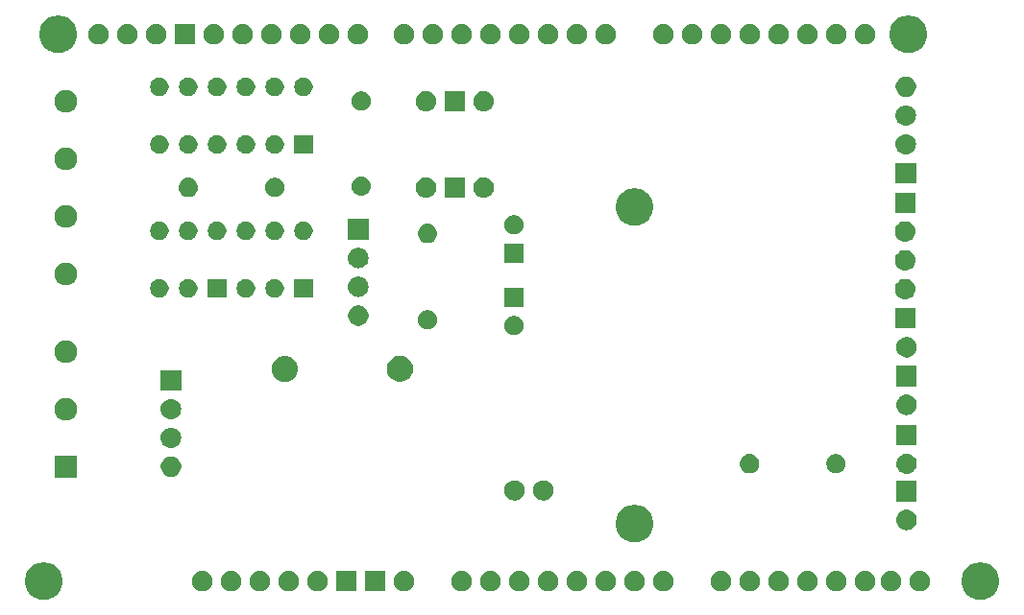
<source format=gts>
G04 #@! TF.GenerationSoftware,KiCad,Pcbnew,(5.0.2)-1*
G04 #@! TF.CreationDate,2019-02-27T10:37:22-05:00*
G04 #@! TF.ProjectId,AR-22 Controller,41522d32-3220-4436-9f6e-74726f6c6c65,rev?*
G04 #@! TF.SameCoordinates,Original*
G04 #@! TF.FileFunction,Soldermask,Top*
G04 #@! TF.FilePolarity,Negative*
%FSLAX46Y46*%
G04 Gerber Fmt 4.6, Leading zero omitted, Abs format (unit mm)*
G04 Created by KiCad (PCBNEW (5.0.2)-1) date 2/27/2019 10:37:22 AM*
%MOMM*%
%LPD*%
G01*
G04 APERTURE LIST*
%ADD10C,0.100000*%
G04 APERTURE END LIST*
D10*
G36*
X200995579Y-115676079D02*
X201101902Y-115697228D01*
X201402365Y-115821684D01*
X201669175Y-115999961D01*
X201672777Y-116002368D01*
X201902736Y-116232327D01*
X201902738Y-116232330D01*
X202083420Y-116502739D01*
X202169210Y-116709853D01*
X202207876Y-116803203D01*
X202271323Y-117122170D01*
X202271323Y-117447392D01*
X202251339Y-117547856D01*
X202207876Y-117766360D01*
X202083420Y-118066823D01*
X202003333Y-118186681D01*
X201902736Y-118337235D01*
X201672777Y-118567194D01*
X201672774Y-118567196D01*
X201402365Y-118747878D01*
X201101902Y-118872334D01*
X200995579Y-118893483D01*
X200782934Y-118935781D01*
X200457712Y-118935781D01*
X200245067Y-118893483D01*
X200138744Y-118872334D01*
X199838281Y-118747878D01*
X199567872Y-118567196D01*
X199567869Y-118567194D01*
X199337910Y-118337235D01*
X199237313Y-118186681D01*
X199157226Y-118066823D01*
X199032770Y-117766360D01*
X198989307Y-117547856D01*
X198969323Y-117447392D01*
X198969323Y-117122170D01*
X199032770Y-116803203D01*
X199071437Y-116709853D01*
X199157226Y-116502739D01*
X199337908Y-116232330D01*
X199337910Y-116232327D01*
X199567869Y-116002368D01*
X199571471Y-115999961D01*
X199838281Y-115821684D01*
X200138744Y-115697228D01*
X200245067Y-115676079D01*
X200457712Y-115633781D01*
X200782934Y-115633781D01*
X200995579Y-115676079D01*
X200995579Y-115676079D01*
G37*
G36*
X118445579Y-115676079D02*
X118551902Y-115697228D01*
X118852365Y-115821684D01*
X119119175Y-115999961D01*
X119122777Y-116002368D01*
X119352736Y-116232327D01*
X119352738Y-116232330D01*
X119533420Y-116502739D01*
X119619210Y-116709853D01*
X119657876Y-116803203D01*
X119721323Y-117122170D01*
X119721323Y-117447392D01*
X119701339Y-117547856D01*
X119657876Y-117766360D01*
X119533420Y-118066823D01*
X119453333Y-118186681D01*
X119352736Y-118337235D01*
X119122777Y-118567194D01*
X119122774Y-118567196D01*
X118852365Y-118747878D01*
X118551902Y-118872334D01*
X118445579Y-118893483D01*
X118232934Y-118935781D01*
X117907712Y-118935781D01*
X117695067Y-118893483D01*
X117588744Y-118872334D01*
X117288281Y-118747878D01*
X117017872Y-118567196D01*
X117017869Y-118567194D01*
X116787910Y-118337235D01*
X116687313Y-118186681D01*
X116607226Y-118066823D01*
X116482770Y-117766360D01*
X116439307Y-117547856D01*
X116419323Y-117447392D01*
X116419323Y-117122170D01*
X116482770Y-116803203D01*
X116521437Y-116709853D01*
X116607226Y-116502739D01*
X116787908Y-116232330D01*
X116787910Y-116232327D01*
X117017869Y-116002368D01*
X117021471Y-115999961D01*
X117288281Y-115821684D01*
X117588744Y-115697228D01*
X117695067Y-115676079D01*
X117907712Y-115633781D01*
X118232934Y-115633781D01*
X118445579Y-115676079D01*
X118445579Y-115676079D01*
G37*
G36*
X192951316Y-116405987D02*
X193009398Y-116417540D01*
X193057472Y-116437453D01*
X193173533Y-116485527D01*
X193321254Y-116584231D01*
X193446873Y-116709850D01*
X193545577Y-116857571D01*
X193613564Y-117021707D01*
X193648223Y-117195950D01*
X193648223Y-117373612D01*
X193613564Y-117547855D01*
X193545577Y-117711991D01*
X193446873Y-117859712D01*
X193321254Y-117985331D01*
X193173533Y-118084035D01*
X193057472Y-118132109D01*
X193009398Y-118152022D01*
X192951316Y-118163575D01*
X192835154Y-118186681D01*
X192657492Y-118186681D01*
X192541330Y-118163575D01*
X192483248Y-118152022D01*
X192435174Y-118132109D01*
X192319113Y-118084035D01*
X192171392Y-117985331D01*
X192045773Y-117859712D01*
X191947069Y-117711991D01*
X191879082Y-117547855D01*
X191844423Y-117373612D01*
X191844423Y-117195950D01*
X191879082Y-117021707D01*
X191947069Y-116857571D01*
X192045773Y-116709850D01*
X192171392Y-116584231D01*
X192319113Y-116485527D01*
X192435174Y-116437453D01*
X192483248Y-116417540D01*
X192541330Y-116405987D01*
X192657492Y-116382881D01*
X192835154Y-116382881D01*
X192951316Y-116405987D01*
X192951316Y-116405987D01*
G37*
G36*
X188125316Y-116405987D02*
X188183398Y-116417540D01*
X188231472Y-116437453D01*
X188347533Y-116485527D01*
X188495254Y-116584231D01*
X188620873Y-116709850D01*
X188719577Y-116857571D01*
X188787564Y-117021707D01*
X188822223Y-117195950D01*
X188822223Y-117373612D01*
X188787564Y-117547855D01*
X188719577Y-117711991D01*
X188620873Y-117859712D01*
X188495254Y-117985331D01*
X188347533Y-118084035D01*
X188231472Y-118132109D01*
X188183398Y-118152022D01*
X188125316Y-118163575D01*
X188009154Y-118186681D01*
X187831492Y-118186681D01*
X187715330Y-118163575D01*
X187657248Y-118152022D01*
X187609174Y-118132109D01*
X187493113Y-118084035D01*
X187345392Y-117985331D01*
X187219773Y-117859712D01*
X187121069Y-117711991D01*
X187053082Y-117547855D01*
X187018423Y-117373612D01*
X187018423Y-117195950D01*
X187053082Y-117021707D01*
X187121069Y-116857571D01*
X187219773Y-116709850D01*
X187345392Y-116584231D01*
X187493113Y-116485527D01*
X187609174Y-116437453D01*
X187657248Y-116417540D01*
X187715330Y-116405987D01*
X187831492Y-116382881D01*
X188009154Y-116382881D01*
X188125316Y-116405987D01*
X188125316Y-116405987D01*
G37*
G36*
X185585316Y-116405987D02*
X185643398Y-116417540D01*
X185691472Y-116437453D01*
X185807533Y-116485527D01*
X185955254Y-116584231D01*
X186080873Y-116709850D01*
X186179577Y-116857571D01*
X186247564Y-117021707D01*
X186282223Y-117195950D01*
X186282223Y-117373612D01*
X186247564Y-117547855D01*
X186179577Y-117711991D01*
X186080873Y-117859712D01*
X185955254Y-117985331D01*
X185807533Y-118084035D01*
X185691472Y-118132109D01*
X185643398Y-118152022D01*
X185585316Y-118163575D01*
X185469154Y-118186681D01*
X185291492Y-118186681D01*
X185175330Y-118163575D01*
X185117248Y-118152022D01*
X185069174Y-118132109D01*
X184953113Y-118084035D01*
X184805392Y-117985331D01*
X184679773Y-117859712D01*
X184581069Y-117711991D01*
X184513082Y-117547855D01*
X184478423Y-117373612D01*
X184478423Y-117195950D01*
X184513082Y-117021707D01*
X184581069Y-116857571D01*
X184679773Y-116709850D01*
X184805392Y-116584231D01*
X184953113Y-116485527D01*
X185069174Y-116437453D01*
X185117248Y-116417540D01*
X185175330Y-116405987D01*
X185291492Y-116382881D01*
X185469154Y-116382881D01*
X185585316Y-116405987D01*
X185585316Y-116405987D01*
G37*
G36*
X183045316Y-116405987D02*
X183103398Y-116417540D01*
X183151472Y-116437453D01*
X183267533Y-116485527D01*
X183415254Y-116584231D01*
X183540873Y-116709850D01*
X183639577Y-116857571D01*
X183707564Y-117021707D01*
X183742223Y-117195950D01*
X183742223Y-117373612D01*
X183707564Y-117547855D01*
X183639577Y-117711991D01*
X183540873Y-117859712D01*
X183415254Y-117985331D01*
X183267533Y-118084035D01*
X183151472Y-118132109D01*
X183103398Y-118152022D01*
X183045316Y-118163575D01*
X182929154Y-118186681D01*
X182751492Y-118186681D01*
X182635330Y-118163575D01*
X182577248Y-118152022D01*
X182529174Y-118132109D01*
X182413113Y-118084035D01*
X182265392Y-117985331D01*
X182139773Y-117859712D01*
X182041069Y-117711991D01*
X181973082Y-117547855D01*
X181938423Y-117373612D01*
X181938423Y-117195950D01*
X181973082Y-117021707D01*
X182041069Y-116857571D01*
X182139773Y-116709850D01*
X182265392Y-116584231D01*
X182413113Y-116485527D01*
X182529174Y-116437453D01*
X182577248Y-116417540D01*
X182635330Y-116405987D01*
X182751492Y-116382881D01*
X182929154Y-116382881D01*
X183045316Y-116405987D01*
X183045316Y-116405987D01*
G37*
G36*
X180505316Y-116405987D02*
X180563398Y-116417540D01*
X180611472Y-116437453D01*
X180727533Y-116485527D01*
X180875254Y-116584231D01*
X181000873Y-116709850D01*
X181099577Y-116857571D01*
X181167564Y-117021707D01*
X181202223Y-117195950D01*
X181202223Y-117373612D01*
X181167564Y-117547855D01*
X181099577Y-117711991D01*
X181000873Y-117859712D01*
X180875254Y-117985331D01*
X180727533Y-118084035D01*
X180611472Y-118132109D01*
X180563398Y-118152022D01*
X180505316Y-118163575D01*
X180389154Y-118186681D01*
X180211492Y-118186681D01*
X180095330Y-118163575D01*
X180037248Y-118152022D01*
X179989174Y-118132109D01*
X179873113Y-118084035D01*
X179725392Y-117985331D01*
X179599773Y-117859712D01*
X179501069Y-117711991D01*
X179433082Y-117547855D01*
X179398423Y-117373612D01*
X179398423Y-117195950D01*
X179433082Y-117021707D01*
X179501069Y-116857571D01*
X179599773Y-116709850D01*
X179725392Y-116584231D01*
X179873113Y-116485527D01*
X179989174Y-116437453D01*
X180037248Y-116417540D01*
X180095330Y-116405987D01*
X180211492Y-116382881D01*
X180389154Y-116382881D01*
X180505316Y-116405987D01*
X180505316Y-116405987D01*
G37*
G36*
X177965316Y-116405987D02*
X178023398Y-116417540D01*
X178071472Y-116437453D01*
X178187533Y-116485527D01*
X178335254Y-116584231D01*
X178460873Y-116709850D01*
X178559577Y-116857571D01*
X178627564Y-117021707D01*
X178662223Y-117195950D01*
X178662223Y-117373612D01*
X178627564Y-117547855D01*
X178559577Y-117711991D01*
X178460873Y-117859712D01*
X178335254Y-117985331D01*
X178187533Y-118084035D01*
X178071472Y-118132109D01*
X178023398Y-118152022D01*
X177965316Y-118163575D01*
X177849154Y-118186681D01*
X177671492Y-118186681D01*
X177555330Y-118163575D01*
X177497248Y-118152022D01*
X177449174Y-118132109D01*
X177333113Y-118084035D01*
X177185392Y-117985331D01*
X177059773Y-117859712D01*
X176961069Y-117711991D01*
X176893082Y-117547855D01*
X176858423Y-117373612D01*
X176858423Y-117195950D01*
X176893082Y-117021707D01*
X176961069Y-116857571D01*
X177059773Y-116709850D01*
X177185392Y-116584231D01*
X177333113Y-116485527D01*
X177449174Y-116437453D01*
X177497248Y-116417540D01*
X177555330Y-116405987D01*
X177671492Y-116382881D01*
X177849154Y-116382881D01*
X177965316Y-116405987D01*
X177965316Y-116405987D01*
G37*
G36*
X172885316Y-116405987D02*
X172943398Y-116417540D01*
X172991472Y-116437453D01*
X173107533Y-116485527D01*
X173255254Y-116584231D01*
X173380873Y-116709850D01*
X173479577Y-116857571D01*
X173547564Y-117021707D01*
X173582223Y-117195950D01*
X173582223Y-117373612D01*
X173547564Y-117547855D01*
X173479577Y-117711991D01*
X173380873Y-117859712D01*
X173255254Y-117985331D01*
X173107533Y-118084035D01*
X172991472Y-118132109D01*
X172943398Y-118152022D01*
X172885316Y-118163575D01*
X172769154Y-118186681D01*
X172591492Y-118186681D01*
X172475330Y-118163575D01*
X172417248Y-118152022D01*
X172369174Y-118132109D01*
X172253113Y-118084035D01*
X172105392Y-117985331D01*
X171979773Y-117859712D01*
X171881069Y-117711991D01*
X171813082Y-117547855D01*
X171778423Y-117373612D01*
X171778423Y-117195950D01*
X171813082Y-117021707D01*
X171881069Y-116857571D01*
X171979773Y-116709850D01*
X172105392Y-116584231D01*
X172253113Y-116485527D01*
X172369174Y-116437453D01*
X172417248Y-116417540D01*
X172475330Y-116405987D01*
X172591492Y-116382881D01*
X172769154Y-116382881D01*
X172885316Y-116405987D01*
X172885316Y-116405987D01*
G37*
G36*
X170345316Y-116405987D02*
X170403398Y-116417540D01*
X170451472Y-116437453D01*
X170567533Y-116485527D01*
X170715254Y-116584231D01*
X170840873Y-116709850D01*
X170939577Y-116857571D01*
X171007564Y-117021707D01*
X171042223Y-117195950D01*
X171042223Y-117373612D01*
X171007564Y-117547855D01*
X170939577Y-117711991D01*
X170840873Y-117859712D01*
X170715254Y-117985331D01*
X170567533Y-118084035D01*
X170451472Y-118132109D01*
X170403398Y-118152022D01*
X170345316Y-118163575D01*
X170229154Y-118186681D01*
X170051492Y-118186681D01*
X169935330Y-118163575D01*
X169877248Y-118152022D01*
X169829174Y-118132109D01*
X169713113Y-118084035D01*
X169565392Y-117985331D01*
X169439773Y-117859712D01*
X169341069Y-117711991D01*
X169273082Y-117547855D01*
X169238423Y-117373612D01*
X169238423Y-117195950D01*
X169273082Y-117021707D01*
X169341069Y-116857571D01*
X169439773Y-116709850D01*
X169565392Y-116584231D01*
X169713113Y-116485527D01*
X169829174Y-116437453D01*
X169877248Y-116417540D01*
X169935330Y-116405987D01*
X170051492Y-116382881D01*
X170229154Y-116382881D01*
X170345316Y-116405987D01*
X170345316Y-116405987D01*
G37*
G36*
X167805316Y-116405987D02*
X167863398Y-116417540D01*
X167911472Y-116437453D01*
X168027533Y-116485527D01*
X168175254Y-116584231D01*
X168300873Y-116709850D01*
X168399577Y-116857571D01*
X168467564Y-117021707D01*
X168502223Y-117195950D01*
X168502223Y-117373612D01*
X168467564Y-117547855D01*
X168399577Y-117711991D01*
X168300873Y-117859712D01*
X168175254Y-117985331D01*
X168027533Y-118084035D01*
X167911472Y-118132109D01*
X167863398Y-118152022D01*
X167805316Y-118163575D01*
X167689154Y-118186681D01*
X167511492Y-118186681D01*
X167395330Y-118163575D01*
X167337248Y-118152022D01*
X167289174Y-118132109D01*
X167173113Y-118084035D01*
X167025392Y-117985331D01*
X166899773Y-117859712D01*
X166801069Y-117711991D01*
X166733082Y-117547855D01*
X166698423Y-117373612D01*
X166698423Y-117195950D01*
X166733082Y-117021707D01*
X166801069Y-116857571D01*
X166899773Y-116709850D01*
X167025392Y-116584231D01*
X167173113Y-116485527D01*
X167289174Y-116437453D01*
X167337248Y-116417540D01*
X167395330Y-116405987D01*
X167511492Y-116382881D01*
X167689154Y-116382881D01*
X167805316Y-116405987D01*
X167805316Y-116405987D01*
G37*
G36*
X165265316Y-116405987D02*
X165323398Y-116417540D01*
X165371472Y-116437453D01*
X165487533Y-116485527D01*
X165635254Y-116584231D01*
X165760873Y-116709850D01*
X165859577Y-116857571D01*
X165927564Y-117021707D01*
X165962223Y-117195950D01*
X165962223Y-117373612D01*
X165927564Y-117547855D01*
X165859577Y-117711991D01*
X165760873Y-117859712D01*
X165635254Y-117985331D01*
X165487533Y-118084035D01*
X165371472Y-118132109D01*
X165323398Y-118152022D01*
X165265316Y-118163575D01*
X165149154Y-118186681D01*
X164971492Y-118186681D01*
X164855330Y-118163575D01*
X164797248Y-118152022D01*
X164749174Y-118132109D01*
X164633113Y-118084035D01*
X164485392Y-117985331D01*
X164359773Y-117859712D01*
X164261069Y-117711991D01*
X164193082Y-117547855D01*
X164158423Y-117373612D01*
X164158423Y-117195950D01*
X164193082Y-117021707D01*
X164261069Y-116857571D01*
X164359773Y-116709850D01*
X164485392Y-116584231D01*
X164633113Y-116485527D01*
X164749174Y-116437453D01*
X164797248Y-116417540D01*
X164855330Y-116405987D01*
X164971492Y-116382881D01*
X165149154Y-116382881D01*
X165265316Y-116405987D01*
X165265316Y-116405987D01*
G37*
G36*
X195491316Y-116405987D02*
X195549398Y-116417540D01*
X195597472Y-116437453D01*
X195713533Y-116485527D01*
X195861254Y-116584231D01*
X195986873Y-116709850D01*
X196085577Y-116857571D01*
X196153564Y-117021707D01*
X196188223Y-117195950D01*
X196188223Y-117373612D01*
X196153564Y-117547855D01*
X196085577Y-117711991D01*
X195986873Y-117859712D01*
X195861254Y-117985331D01*
X195713533Y-118084035D01*
X195597472Y-118132109D01*
X195549398Y-118152022D01*
X195491316Y-118163575D01*
X195375154Y-118186681D01*
X195197492Y-118186681D01*
X195081330Y-118163575D01*
X195023248Y-118152022D01*
X194975174Y-118132109D01*
X194859113Y-118084035D01*
X194711392Y-117985331D01*
X194585773Y-117859712D01*
X194487069Y-117711991D01*
X194419082Y-117547855D01*
X194384423Y-117373612D01*
X194384423Y-117195950D01*
X194419082Y-117021707D01*
X194487069Y-116857571D01*
X194585773Y-116709850D01*
X194711392Y-116584231D01*
X194859113Y-116485527D01*
X194975174Y-116437453D01*
X195023248Y-116417540D01*
X195081330Y-116405987D01*
X195197492Y-116382881D01*
X195375154Y-116382881D01*
X195491316Y-116405987D01*
X195491316Y-116405987D01*
G37*
G36*
X160185316Y-116405987D02*
X160243398Y-116417540D01*
X160291472Y-116437453D01*
X160407533Y-116485527D01*
X160555254Y-116584231D01*
X160680873Y-116709850D01*
X160779577Y-116857571D01*
X160847564Y-117021707D01*
X160882223Y-117195950D01*
X160882223Y-117373612D01*
X160847564Y-117547855D01*
X160779577Y-117711991D01*
X160680873Y-117859712D01*
X160555254Y-117985331D01*
X160407533Y-118084035D01*
X160291472Y-118132109D01*
X160243398Y-118152022D01*
X160185316Y-118163575D01*
X160069154Y-118186681D01*
X159891492Y-118186681D01*
X159775330Y-118163575D01*
X159717248Y-118152022D01*
X159669174Y-118132109D01*
X159553113Y-118084035D01*
X159405392Y-117985331D01*
X159279773Y-117859712D01*
X159181069Y-117711991D01*
X159113082Y-117547855D01*
X159078423Y-117373612D01*
X159078423Y-117195950D01*
X159113082Y-117021707D01*
X159181069Y-116857571D01*
X159279773Y-116709850D01*
X159405392Y-116584231D01*
X159553113Y-116485527D01*
X159669174Y-116437453D01*
X159717248Y-116417540D01*
X159775330Y-116405987D01*
X159891492Y-116382881D01*
X160069154Y-116382881D01*
X160185316Y-116405987D01*
X160185316Y-116405987D01*
G37*
G36*
X155105316Y-116405987D02*
X155163398Y-116417540D01*
X155211472Y-116437453D01*
X155327533Y-116485527D01*
X155475254Y-116584231D01*
X155600873Y-116709850D01*
X155699577Y-116857571D01*
X155767564Y-117021707D01*
X155802223Y-117195950D01*
X155802223Y-117373612D01*
X155767564Y-117547855D01*
X155699577Y-117711991D01*
X155600873Y-117859712D01*
X155475254Y-117985331D01*
X155327533Y-118084035D01*
X155211472Y-118132109D01*
X155163398Y-118152022D01*
X155105316Y-118163575D01*
X154989154Y-118186681D01*
X154811492Y-118186681D01*
X154695330Y-118163575D01*
X154637248Y-118152022D01*
X154589174Y-118132109D01*
X154473113Y-118084035D01*
X154325392Y-117985331D01*
X154199773Y-117859712D01*
X154101069Y-117711991D01*
X154033082Y-117547855D01*
X153998423Y-117373612D01*
X153998423Y-117195950D01*
X154033082Y-117021707D01*
X154101069Y-116857571D01*
X154199773Y-116709850D01*
X154325392Y-116584231D01*
X154473113Y-116485527D01*
X154589174Y-116437453D01*
X154637248Y-116417540D01*
X154695330Y-116405987D01*
X154811492Y-116382881D01*
X154989154Y-116382881D01*
X155105316Y-116405987D01*
X155105316Y-116405987D01*
G37*
G36*
X162725316Y-116405987D02*
X162783398Y-116417540D01*
X162831472Y-116437453D01*
X162947533Y-116485527D01*
X163095254Y-116584231D01*
X163220873Y-116709850D01*
X163319577Y-116857571D01*
X163387564Y-117021707D01*
X163422223Y-117195950D01*
X163422223Y-117373612D01*
X163387564Y-117547855D01*
X163319577Y-117711991D01*
X163220873Y-117859712D01*
X163095254Y-117985331D01*
X162947533Y-118084035D01*
X162831472Y-118132109D01*
X162783398Y-118152022D01*
X162725316Y-118163575D01*
X162609154Y-118186681D01*
X162431492Y-118186681D01*
X162315330Y-118163575D01*
X162257248Y-118152022D01*
X162209174Y-118132109D01*
X162093113Y-118084035D01*
X161945392Y-117985331D01*
X161819773Y-117859712D01*
X161721069Y-117711991D01*
X161653082Y-117547855D01*
X161618423Y-117373612D01*
X161618423Y-117195950D01*
X161653082Y-117021707D01*
X161721069Y-116857571D01*
X161819773Y-116709850D01*
X161945392Y-116584231D01*
X162093113Y-116485527D01*
X162209174Y-116437453D01*
X162257248Y-116417540D01*
X162315330Y-116405987D01*
X162431492Y-116382881D01*
X162609154Y-116382881D01*
X162725316Y-116405987D01*
X162725316Y-116405987D01*
G37*
G36*
X190665316Y-116405987D02*
X190723398Y-116417540D01*
X190771472Y-116437453D01*
X190887533Y-116485527D01*
X191035254Y-116584231D01*
X191160873Y-116709850D01*
X191259577Y-116857571D01*
X191327564Y-117021707D01*
X191362223Y-117195950D01*
X191362223Y-117373612D01*
X191327564Y-117547855D01*
X191259577Y-117711991D01*
X191160873Y-117859712D01*
X191035254Y-117985331D01*
X190887533Y-118084035D01*
X190771472Y-118132109D01*
X190723398Y-118152022D01*
X190665316Y-118163575D01*
X190549154Y-118186681D01*
X190371492Y-118186681D01*
X190255330Y-118163575D01*
X190197248Y-118152022D01*
X190149174Y-118132109D01*
X190033113Y-118084035D01*
X189885392Y-117985331D01*
X189759773Y-117859712D01*
X189661069Y-117711991D01*
X189593082Y-117547855D01*
X189558423Y-117373612D01*
X189558423Y-117195950D01*
X189593082Y-117021707D01*
X189661069Y-116857571D01*
X189759773Y-116709850D01*
X189885392Y-116584231D01*
X190033113Y-116485527D01*
X190149174Y-116437453D01*
X190197248Y-116417540D01*
X190255330Y-116405987D01*
X190371492Y-116382881D01*
X190549154Y-116382881D01*
X190665316Y-116405987D01*
X190665316Y-116405987D01*
G37*
G36*
X132245316Y-116405987D02*
X132303398Y-116417540D01*
X132351472Y-116437453D01*
X132467533Y-116485527D01*
X132615254Y-116584231D01*
X132740873Y-116709850D01*
X132839577Y-116857571D01*
X132907564Y-117021707D01*
X132942223Y-117195950D01*
X132942223Y-117373612D01*
X132907564Y-117547855D01*
X132839577Y-117711991D01*
X132740873Y-117859712D01*
X132615254Y-117985331D01*
X132467533Y-118084035D01*
X132351472Y-118132109D01*
X132303398Y-118152022D01*
X132245316Y-118163575D01*
X132129154Y-118186681D01*
X131951492Y-118186681D01*
X131835330Y-118163575D01*
X131777248Y-118152022D01*
X131729174Y-118132109D01*
X131613113Y-118084035D01*
X131465392Y-117985331D01*
X131339773Y-117859712D01*
X131241069Y-117711991D01*
X131173082Y-117547855D01*
X131138423Y-117373612D01*
X131138423Y-117195950D01*
X131173082Y-117021707D01*
X131241069Y-116857571D01*
X131339773Y-116709850D01*
X131465392Y-116584231D01*
X131613113Y-116485527D01*
X131729174Y-116437453D01*
X131777248Y-116417540D01*
X131835330Y-116405987D01*
X131951492Y-116382881D01*
X132129154Y-116382881D01*
X132245316Y-116405987D01*
X132245316Y-116405987D01*
G37*
G36*
X134785316Y-116405987D02*
X134843398Y-116417540D01*
X134891472Y-116437453D01*
X135007533Y-116485527D01*
X135155254Y-116584231D01*
X135280873Y-116709850D01*
X135379577Y-116857571D01*
X135447564Y-117021707D01*
X135482223Y-117195950D01*
X135482223Y-117373612D01*
X135447564Y-117547855D01*
X135379577Y-117711991D01*
X135280873Y-117859712D01*
X135155254Y-117985331D01*
X135007533Y-118084035D01*
X134891472Y-118132109D01*
X134843398Y-118152022D01*
X134785316Y-118163575D01*
X134669154Y-118186681D01*
X134491492Y-118186681D01*
X134375330Y-118163575D01*
X134317248Y-118152022D01*
X134269174Y-118132109D01*
X134153113Y-118084035D01*
X134005392Y-117985331D01*
X133879773Y-117859712D01*
X133781069Y-117711991D01*
X133713082Y-117547855D01*
X133678423Y-117373612D01*
X133678423Y-117195950D01*
X133713082Y-117021707D01*
X133781069Y-116857571D01*
X133879773Y-116709850D01*
X134005392Y-116584231D01*
X134153113Y-116485527D01*
X134269174Y-116437453D01*
X134317248Y-116417540D01*
X134375330Y-116405987D01*
X134491492Y-116382881D01*
X134669154Y-116382881D01*
X134785316Y-116405987D01*
X134785316Y-116405987D01*
G37*
G36*
X137325316Y-116405987D02*
X137383398Y-116417540D01*
X137431472Y-116437453D01*
X137547533Y-116485527D01*
X137695254Y-116584231D01*
X137820873Y-116709850D01*
X137919577Y-116857571D01*
X137987564Y-117021707D01*
X138022223Y-117195950D01*
X138022223Y-117373612D01*
X137987564Y-117547855D01*
X137919577Y-117711991D01*
X137820873Y-117859712D01*
X137695254Y-117985331D01*
X137547533Y-118084035D01*
X137431472Y-118132109D01*
X137383398Y-118152022D01*
X137325316Y-118163575D01*
X137209154Y-118186681D01*
X137031492Y-118186681D01*
X136915330Y-118163575D01*
X136857248Y-118152022D01*
X136809174Y-118132109D01*
X136693113Y-118084035D01*
X136545392Y-117985331D01*
X136419773Y-117859712D01*
X136321069Y-117711991D01*
X136253082Y-117547855D01*
X136218423Y-117373612D01*
X136218423Y-117195950D01*
X136253082Y-117021707D01*
X136321069Y-116857571D01*
X136419773Y-116709850D01*
X136545392Y-116584231D01*
X136693113Y-116485527D01*
X136809174Y-116437453D01*
X136857248Y-116417540D01*
X136915330Y-116405987D01*
X137031492Y-116382881D01*
X137209154Y-116382881D01*
X137325316Y-116405987D01*
X137325316Y-116405987D01*
G37*
G36*
X139865316Y-116405987D02*
X139923398Y-116417540D01*
X139971472Y-116437453D01*
X140087533Y-116485527D01*
X140235254Y-116584231D01*
X140360873Y-116709850D01*
X140459577Y-116857571D01*
X140527564Y-117021707D01*
X140562223Y-117195950D01*
X140562223Y-117373612D01*
X140527564Y-117547855D01*
X140459577Y-117711991D01*
X140360873Y-117859712D01*
X140235254Y-117985331D01*
X140087533Y-118084035D01*
X139971472Y-118132109D01*
X139923398Y-118152022D01*
X139865316Y-118163575D01*
X139749154Y-118186681D01*
X139571492Y-118186681D01*
X139455330Y-118163575D01*
X139397248Y-118152022D01*
X139349174Y-118132109D01*
X139233113Y-118084035D01*
X139085392Y-117985331D01*
X138959773Y-117859712D01*
X138861069Y-117711991D01*
X138793082Y-117547855D01*
X138758423Y-117373612D01*
X138758423Y-117195950D01*
X138793082Y-117021707D01*
X138861069Y-116857571D01*
X138959773Y-116709850D01*
X139085392Y-116584231D01*
X139233113Y-116485527D01*
X139349174Y-116437453D01*
X139397248Y-116417540D01*
X139455330Y-116405987D01*
X139571492Y-116382881D01*
X139749154Y-116382881D01*
X139865316Y-116405987D01*
X139865316Y-116405987D01*
G37*
G36*
X142405316Y-116405987D02*
X142463398Y-116417540D01*
X142511472Y-116437453D01*
X142627533Y-116485527D01*
X142775254Y-116584231D01*
X142900873Y-116709850D01*
X142999577Y-116857571D01*
X143067564Y-117021707D01*
X143102223Y-117195950D01*
X143102223Y-117373612D01*
X143067564Y-117547855D01*
X142999577Y-117711991D01*
X142900873Y-117859712D01*
X142775254Y-117985331D01*
X142627533Y-118084035D01*
X142511472Y-118132109D01*
X142463398Y-118152022D01*
X142405316Y-118163575D01*
X142289154Y-118186681D01*
X142111492Y-118186681D01*
X141995330Y-118163575D01*
X141937248Y-118152022D01*
X141889174Y-118132109D01*
X141773113Y-118084035D01*
X141625392Y-117985331D01*
X141499773Y-117859712D01*
X141401069Y-117711991D01*
X141333082Y-117547855D01*
X141298423Y-117373612D01*
X141298423Y-117195950D01*
X141333082Y-117021707D01*
X141401069Y-116857571D01*
X141499773Y-116709850D01*
X141625392Y-116584231D01*
X141773113Y-116485527D01*
X141889174Y-116437453D01*
X141937248Y-116417540D01*
X141995330Y-116405987D01*
X142111492Y-116382881D01*
X142289154Y-116382881D01*
X142405316Y-116405987D01*
X142405316Y-116405987D01*
G37*
G36*
X145642223Y-118186681D02*
X143838423Y-118186681D01*
X143838423Y-116382881D01*
X145642223Y-116382881D01*
X145642223Y-118186681D01*
X145642223Y-118186681D01*
G37*
G36*
X148182223Y-118186681D02*
X146378423Y-118186681D01*
X146378423Y-116382881D01*
X148182223Y-116382881D01*
X148182223Y-118186681D01*
X148182223Y-118186681D01*
G37*
G36*
X150025316Y-116405987D02*
X150083398Y-116417540D01*
X150131472Y-116437453D01*
X150247533Y-116485527D01*
X150395254Y-116584231D01*
X150520873Y-116709850D01*
X150619577Y-116857571D01*
X150687564Y-117021707D01*
X150722223Y-117195950D01*
X150722223Y-117373612D01*
X150687564Y-117547855D01*
X150619577Y-117711991D01*
X150520873Y-117859712D01*
X150395254Y-117985331D01*
X150247533Y-118084035D01*
X150131472Y-118132109D01*
X150083398Y-118152022D01*
X150025316Y-118163575D01*
X149909154Y-118186681D01*
X149731492Y-118186681D01*
X149615330Y-118163575D01*
X149557248Y-118152022D01*
X149509174Y-118132109D01*
X149393113Y-118084035D01*
X149245392Y-117985331D01*
X149119773Y-117859712D01*
X149021069Y-117711991D01*
X148953082Y-117547855D01*
X148918423Y-117373612D01*
X148918423Y-117195950D01*
X148953082Y-117021707D01*
X149021069Y-116857571D01*
X149119773Y-116709850D01*
X149245392Y-116584231D01*
X149393113Y-116485527D01*
X149509174Y-116437453D01*
X149557248Y-116417540D01*
X149615330Y-116405987D01*
X149731492Y-116382881D01*
X149909154Y-116382881D01*
X150025316Y-116405987D01*
X150025316Y-116405987D01*
G37*
G36*
X157645316Y-116405987D02*
X157703398Y-116417540D01*
X157751472Y-116437453D01*
X157867533Y-116485527D01*
X158015254Y-116584231D01*
X158140873Y-116709850D01*
X158239577Y-116857571D01*
X158307564Y-117021707D01*
X158342223Y-117195950D01*
X158342223Y-117373612D01*
X158307564Y-117547855D01*
X158239577Y-117711991D01*
X158140873Y-117859712D01*
X158015254Y-117985331D01*
X157867533Y-118084035D01*
X157751472Y-118132109D01*
X157703398Y-118152022D01*
X157645316Y-118163575D01*
X157529154Y-118186681D01*
X157351492Y-118186681D01*
X157235330Y-118163575D01*
X157177248Y-118152022D01*
X157129174Y-118132109D01*
X157013113Y-118084035D01*
X156865392Y-117985331D01*
X156739773Y-117859712D01*
X156641069Y-117711991D01*
X156573082Y-117547855D01*
X156538423Y-117373612D01*
X156538423Y-117195950D01*
X156573082Y-117021707D01*
X156641069Y-116857571D01*
X156739773Y-116709850D01*
X156865392Y-116584231D01*
X157013113Y-116485527D01*
X157129174Y-116437453D01*
X157177248Y-116417540D01*
X157235330Y-116405987D01*
X157351492Y-116382881D01*
X157529154Y-116382881D01*
X157645316Y-116405987D01*
X157645316Y-116405987D01*
G37*
G36*
X170515579Y-110596079D02*
X170621902Y-110617228D01*
X170922365Y-110741684D01*
X171189175Y-110919961D01*
X171192777Y-110922368D01*
X171422736Y-111152327D01*
X171422738Y-111152330D01*
X171603420Y-111422739D01*
X171722563Y-111710375D01*
X171727876Y-111723203D01*
X171791323Y-112042170D01*
X171791323Y-112367392D01*
X171759538Y-112527185D01*
X171727876Y-112686360D01*
X171691175Y-112774963D01*
X171603421Y-112986821D01*
X171422736Y-113257235D01*
X171192777Y-113487194D01*
X171192774Y-113487196D01*
X170922365Y-113667878D01*
X170621902Y-113792334D01*
X170515579Y-113813483D01*
X170302934Y-113855781D01*
X169977712Y-113855781D01*
X169765067Y-113813483D01*
X169658744Y-113792334D01*
X169358281Y-113667878D01*
X169087872Y-113487196D01*
X169087869Y-113487194D01*
X168857910Y-113257235D01*
X168677225Y-112986821D01*
X168589471Y-112774963D01*
X168552770Y-112686360D01*
X168521108Y-112527185D01*
X168489323Y-112367392D01*
X168489323Y-112042170D01*
X168552770Y-111723203D01*
X168558084Y-111710375D01*
X168677226Y-111422739D01*
X168857908Y-111152330D01*
X168857910Y-111152327D01*
X169087869Y-110922368D01*
X169091471Y-110919961D01*
X169358281Y-110741684D01*
X169658744Y-110617228D01*
X169765067Y-110596079D01*
X169977712Y-110553781D01*
X170302934Y-110553781D01*
X170515579Y-110596079D01*
X170515579Y-110596079D01*
G37*
G36*
X194229943Y-110992519D02*
X194296127Y-110999037D01*
X194409353Y-111033384D01*
X194465967Y-111050557D01*
X194604587Y-111124652D01*
X194622491Y-111134222D01*
X194658229Y-111163552D01*
X194759686Y-111246814D01*
X194842948Y-111348271D01*
X194872278Y-111384009D01*
X194872279Y-111384011D01*
X194955943Y-111540533D01*
X194955943Y-111540534D01*
X195007463Y-111710373D01*
X195024859Y-111887000D01*
X195007463Y-112063627D01*
X194973116Y-112176853D01*
X194955943Y-112233467D01*
X194884359Y-112367390D01*
X194872278Y-112389991D01*
X194842948Y-112425729D01*
X194759686Y-112527186D01*
X194658229Y-112610448D01*
X194622491Y-112639778D01*
X194622489Y-112639779D01*
X194465967Y-112723443D01*
X194409353Y-112740616D01*
X194296127Y-112774963D01*
X194229943Y-112781481D01*
X194163760Y-112788000D01*
X194075240Y-112788000D01*
X194009057Y-112781481D01*
X193942873Y-112774963D01*
X193829647Y-112740616D01*
X193773033Y-112723443D01*
X193616511Y-112639779D01*
X193616509Y-112639778D01*
X193580771Y-112610448D01*
X193479314Y-112527186D01*
X193396052Y-112425729D01*
X193366722Y-112389991D01*
X193354641Y-112367390D01*
X193283057Y-112233467D01*
X193265884Y-112176853D01*
X193231537Y-112063627D01*
X193214141Y-111887000D01*
X193231537Y-111710373D01*
X193283057Y-111540534D01*
X193283057Y-111540533D01*
X193366721Y-111384011D01*
X193366722Y-111384009D01*
X193396052Y-111348271D01*
X193479314Y-111246814D01*
X193580771Y-111163552D01*
X193616509Y-111134222D01*
X193634413Y-111124652D01*
X193773033Y-111050557D01*
X193829647Y-111033384D01*
X193942873Y-110999037D01*
X194009057Y-110992519D01*
X194075240Y-110986000D01*
X194163760Y-110986000D01*
X194229943Y-110992519D01*
X194229943Y-110992519D01*
G37*
G36*
X195020500Y-110248000D02*
X193218500Y-110248000D01*
X193218500Y-108446000D01*
X195020500Y-108446000D01*
X195020500Y-110248000D01*
X195020500Y-110248000D01*
G37*
G36*
X159838312Y-108417124D02*
X160002284Y-108485044D01*
X160149854Y-108583647D01*
X160275353Y-108709146D01*
X160373956Y-108856716D01*
X160441876Y-109020688D01*
X160476500Y-109194759D01*
X160476500Y-109372241D01*
X160441876Y-109546312D01*
X160373956Y-109710284D01*
X160275353Y-109857854D01*
X160149854Y-109983353D01*
X160002284Y-110081956D01*
X159838312Y-110149876D01*
X159664241Y-110184500D01*
X159486759Y-110184500D01*
X159312688Y-110149876D01*
X159148716Y-110081956D01*
X159001146Y-109983353D01*
X158875647Y-109857854D01*
X158777044Y-109710284D01*
X158709124Y-109546312D01*
X158674500Y-109372241D01*
X158674500Y-109194759D01*
X158709124Y-109020688D01*
X158777044Y-108856716D01*
X158875647Y-108709146D01*
X159001146Y-108583647D01*
X159148716Y-108485044D01*
X159312688Y-108417124D01*
X159486759Y-108382500D01*
X159664241Y-108382500D01*
X159838312Y-108417124D01*
X159838312Y-108417124D01*
G37*
G36*
X162378312Y-108417124D02*
X162542284Y-108485044D01*
X162689854Y-108583647D01*
X162815353Y-108709146D01*
X162913956Y-108856716D01*
X162981876Y-109020688D01*
X163016500Y-109194759D01*
X163016500Y-109372241D01*
X162981876Y-109546312D01*
X162913956Y-109710284D01*
X162815353Y-109857854D01*
X162689854Y-109983353D01*
X162542284Y-110081956D01*
X162378312Y-110149876D01*
X162204241Y-110184500D01*
X162026759Y-110184500D01*
X161852688Y-110149876D01*
X161688716Y-110081956D01*
X161541146Y-109983353D01*
X161415647Y-109857854D01*
X161317044Y-109710284D01*
X161249124Y-109546312D01*
X161214500Y-109372241D01*
X161214500Y-109194759D01*
X161249124Y-109020688D01*
X161317044Y-108856716D01*
X161415647Y-108709146D01*
X161541146Y-108583647D01*
X161688716Y-108485044D01*
X161852688Y-108417124D01*
X162026759Y-108382500D01*
X162204241Y-108382500D01*
X162378312Y-108417124D01*
X162378312Y-108417124D01*
G37*
G36*
X121018500Y-108191500D02*
X119011500Y-108191500D01*
X119011500Y-106184500D01*
X121018500Y-106184500D01*
X121018500Y-108191500D01*
X121018500Y-108191500D01*
G37*
G36*
X129548812Y-106321624D02*
X129712784Y-106389544D01*
X129860354Y-106488147D01*
X129985853Y-106613646D01*
X130084456Y-106761216D01*
X130152376Y-106925188D01*
X130187000Y-107099259D01*
X130187000Y-107276741D01*
X130152376Y-107450812D01*
X130084456Y-107614784D01*
X129985853Y-107762354D01*
X129860354Y-107887853D01*
X129712784Y-107986456D01*
X129548812Y-108054376D01*
X129374741Y-108089000D01*
X129197259Y-108089000D01*
X129023188Y-108054376D01*
X128859216Y-107986456D01*
X128711646Y-107887853D01*
X128586147Y-107762354D01*
X128487544Y-107614784D01*
X128419624Y-107450812D01*
X128385000Y-107276741D01*
X128385000Y-107099259D01*
X128419624Y-106925188D01*
X128487544Y-106761216D01*
X128586147Y-106613646D01*
X128711646Y-106488147D01*
X128859216Y-106389544D01*
X129023188Y-106321624D01*
X129197259Y-106287000D01*
X129374741Y-106287000D01*
X129548812Y-106321624D01*
X129548812Y-106321624D01*
G37*
G36*
X194229943Y-106039519D02*
X194296127Y-106046037D01*
X194409353Y-106080384D01*
X194465967Y-106097557D01*
X194552811Y-106143977D01*
X194622491Y-106181222D01*
X194626485Y-106184500D01*
X194759686Y-106293814D01*
X194838248Y-106389544D01*
X194872278Y-106431009D01*
X194872279Y-106431011D01*
X194955943Y-106587533D01*
X194963863Y-106613643D01*
X195007463Y-106757373D01*
X195024859Y-106934000D01*
X195007463Y-107110627D01*
X194985743Y-107182228D01*
X194955943Y-107280467D01*
X194887198Y-107409078D01*
X194872278Y-107436991D01*
X194860935Y-107450812D01*
X194759686Y-107574186D01*
X194658229Y-107657448D01*
X194622491Y-107686778D01*
X194622489Y-107686779D01*
X194465967Y-107770443D01*
X194458569Y-107772687D01*
X194296127Y-107821963D01*
X194229943Y-107828481D01*
X194163760Y-107835000D01*
X194075240Y-107835000D01*
X194009057Y-107828481D01*
X193942873Y-107821963D01*
X193780431Y-107772687D01*
X193773033Y-107770443D01*
X193616511Y-107686779D01*
X193616509Y-107686778D01*
X193580771Y-107657448D01*
X193479314Y-107574186D01*
X193378065Y-107450812D01*
X193366722Y-107436991D01*
X193351802Y-107409078D01*
X193283057Y-107280467D01*
X193253257Y-107182228D01*
X193231537Y-107110627D01*
X193214141Y-106934000D01*
X193231537Y-106757373D01*
X193275137Y-106613643D01*
X193283057Y-106587533D01*
X193366721Y-106431011D01*
X193366722Y-106431009D01*
X193400752Y-106389544D01*
X193479314Y-106293814D01*
X193612515Y-106184500D01*
X193616509Y-106181222D01*
X193686189Y-106143977D01*
X193773033Y-106097557D01*
X193829647Y-106080384D01*
X193942873Y-106046037D01*
X194009057Y-106039519D01*
X194075240Y-106033000D01*
X194163760Y-106033000D01*
X194229943Y-106039519D01*
X194229943Y-106039519D01*
G37*
G36*
X180443321Y-106095313D02*
X180443324Y-106095314D01*
X180443325Y-106095314D01*
X180603739Y-106143975D01*
X180603741Y-106143976D01*
X180603744Y-106143977D01*
X180751578Y-106222995D01*
X180881159Y-106329341D01*
X180987505Y-106458922D01*
X181066523Y-106606756D01*
X181066524Y-106606759D01*
X181066525Y-106606761D01*
X181112213Y-106757375D01*
X181115187Y-106767179D01*
X181131617Y-106934000D01*
X181115187Y-107100821D01*
X181115186Y-107100824D01*
X181115186Y-107100825D01*
X181090493Y-107182228D01*
X181066523Y-107261244D01*
X180987505Y-107409078D01*
X180881159Y-107538659D01*
X180751578Y-107645005D01*
X180603744Y-107724023D01*
X180603741Y-107724024D01*
X180603739Y-107724025D01*
X180443325Y-107772686D01*
X180443324Y-107772686D01*
X180443321Y-107772687D01*
X180318304Y-107785000D01*
X180234696Y-107785000D01*
X180109679Y-107772687D01*
X180109676Y-107772686D01*
X180109675Y-107772686D01*
X179949261Y-107724025D01*
X179949259Y-107724024D01*
X179949256Y-107724023D01*
X179801422Y-107645005D01*
X179671841Y-107538659D01*
X179565495Y-107409078D01*
X179486477Y-107261244D01*
X179462508Y-107182228D01*
X179437814Y-107100825D01*
X179437814Y-107100824D01*
X179437813Y-107100821D01*
X179421383Y-106934000D01*
X179437813Y-106767179D01*
X179440787Y-106757375D01*
X179486475Y-106606761D01*
X179486476Y-106606759D01*
X179486477Y-106606756D01*
X179565495Y-106458922D01*
X179671841Y-106329341D01*
X179801422Y-106222995D01*
X179949256Y-106143977D01*
X179949259Y-106143976D01*
X179949261Y-106143975D01*
X180109675Y-106095314D01*
X180109676Y-106095314D01*
X180109679Y-106095313D01*
X180234696Y-106083000D01*
X180318304Y-106083000D01*
X180443321Y-106095313D01*
X180443321Y-106095313D01*
G37*
G36*
X188144728Y-106115703D02*
X188299600Y-106179853D01*
X188438981Y-106272985D01*
X188557515Y-106391519D01*
X188650647Y-106530900D01*
X188714797Y-106685772D01*
X188747500Y-106850184D01*
X188747500Y-107017816D01*
X188714797Y-107182228D01*
X188650647Y-107337100D01*
X188557515Y-107476481D01*
X188438981Y-107595015D01*
X188299600Y-107688147D01*
X188144728Y-107752297D01*
X187980316Y-107785000D01*
X187812684Y-107785000D01*
X187648272Y-107752297D01*
X187493400Y-107688147D01*
X187354019Y-107595015D01*
X187235485Y-107476481D01*
X187142353Y-107337100D01*
X187078203Y-107182228D01*
X187045500Y-107017816D01*
X187045500Y-106850184D01*
X187078203Y-106685772D01*
X187142353Y-106530900D01*
X187235485Y-106391519D01*
X187354019Y-106272985D01*
X187493400Y-106179853D01*
X187648272Y-106115703D01*
X187812684Y-106083000D01*
X187980316Y-106083000D01*
X188144728Y-106115703D01*
X188144728Y-106115703D01*
G37*
G36*
X129396442Y-103753518D02*
X129462627Y-103760037D01*
X129575853Y-103794384D01*
X129632467Y-103811557D01*
X129771087Y-103885652D01*
X129788991Y-103895222D01*
X129824729Y-103924552D01*
X129926186Y-104007814D01*
X130009448Y-104109271D01*
X130038778Y-104145009D01*
X130038779Y-104145011D01*
X130122443Y-104301533D01*
X130122443Y-104301534D01*
X130173963Y-104471373D01*
X130191359Y-104648000D01*
X130173963Y-104824627D01*
X130139616Y-104937853D01*
X130122443Y-104994467D01*
X130048348Y-105133087D01*
X130038778Y-105150991D01*
X130009448Y-105186729D01*
X129926186Y-105288186D01*
X129824729Y-105371448D01*
X129788991Y-105400778D01*
X129788989Y-105400779D01*
X129632467Y-105484443D01*
X129575853Y-105501616D01*
X129462627Y-105535963D01*
X129396442Y-105542482D01*
X129330260Y-105549000D01*
X129241740Y-105549000D01*
X129175558Y-105542482D01*
X129109373Y-105535963D01*
X128996147Y-105501616D01*
X128939533Y-105484443D01*
X128783011Y-105400779D01*
X128783009Y-105400778D01*
X128747271Y-105371448D01*
X128645814Y-105288186D01*
X128562552Y-105186729D01*
X128533222Y-105150991D01*
X128523652Y-105133087D01*
X128449557Y-104994467D01*
X128432384Y-104937853D01*
X128398037Y-104824627D01*
X128380641Y-104648000D01*
X128398037Y-104471373D01*
X128449557Y-104301534D01*
X128449557Y-104301533D01*
X128533221Y-104145011D01*
X128533222Y-104145009D01*
X128562552Y-104109271D01*
X128645814Y-104007814D01*
X128747271Y-103924552D01*
X128783009Y-103895222D01*
X128800913Y-103885652D01*
X128939533Y-103811557D01*
X128996147Y-103794384D01*
X129109373Y-103760037D01*
X129175558Y-103753518D01*
X129241740Y-103747000D01*
X129330260Y-103747000D01*
X129396442Y-103753518D01*
X129396442Y-103753518D01*
G37*
G36*
X195020500Y-105295000D02*
X193218500Y-105295000D01*
X193218500Y-103493000D01*
X195020500Y-103493000D01*
X195020500Y-105295000D01*
X195020500Y-105295000D01*
G37*
G36*
X120137988Y-101109304D02*
X120307710Y-101143063D01*
X120490336Y-101218709D01*
X120654694Y-101328530D01*
X120794470Y-101468306D01*
X120904291Y-101632664D01*
X120979937Y-101815290D01*
X121018500Y-102009164D01*
X121018500Y-102206836D01*
X120979937Y-102400710D01*
X120904291Y-102583336D01*
X120794470Y-102747694D01*
X120654694Y-102887470D01*
X120490336Y-102997291D01*
X120307710Y-103072937D01*
X120137988Y-103106696D01*
X120113837Y-103111500D01*
X119916163Y-103111500D01*
X119892012Y-103106696D01*
X119722290Y-103072937D01*
X119539664Y-102997291D01*
X119375306Y-102887470D01*
X119235530Y-102747694D01*
X119125709Y-102583336D01*
X119050063Y-102400710D01*
X119011500Y-102206836D01*
X119011500Y-102009164D01*
X119050063Y-101815290D01*
X119125709Y-101632664D01*
X119235530Y-101468306D01*
X119375306Y-101328530D01*
X119539664Y-101218709D01*
X119722290Y-101143063D01*
X119892012Y-101109304D01*
X119916163Y-101104500D01*
X120113837Y-101104500D01*
X120137988Y-101109304D01*
X120137988Y-101109304D01*
G37*
G36*
X129396442Y-101213518D02*
X129462627Y-101220037D01*
X129575853Y-101254384D01*
X129632467Y-101271557D01*
X129739054Y-101328530D01*
X129788991Y-101355222D01*
X129824729Y-101384552D01*
X129926186Y-101467814D01*
X129993939Y-101550373D01*
X130038778Y-101605009D01*
X130038779Y-101605011D01*
X130122443Y-101761533D01*
X130122443Y-101761534D01*
X130173963Y-101931373D01*
X130191359Y-102108000D01*
X130173963Y-102284627D01*
X130148919Y-102367185D01*
X130122443Y-102454467D01*
X130108913Y-102479779D01*
X130038778Y-102610991D01*
X130035518Y-102614963D01*
X129926186Y-102748186D01*
X129824729Y-102831448D01*
X129788991Y-102860778D01*
X129788989Y-102860779D01*
X129632467Y-102944443D01*
X129575853Y-102961616D01*
X129462627Y-102995963D01*
X129396443Y-103002481D01*
X129330260Y-103009000D01*
X129241740Y-103009000D01*
X129175558Y-103002482D01*
X129109373Y-102995963D01*
X128996147Y-102961616D01*
X128939533Y-102944443D01*
X128783011Y-102860779D01*
X128783009Y-102860778D01*
X128747271Y-102831448D01*
X128645814Y-102748186D01*
X128536482Y-102614963D01*
X128533222Y-102610991D01*
X128463087Y-102479779D01*
X128449557Y-102454467D01*
X128423081Y-102367185D01*
X128398037Y-102284627D01*
X128380641Y-102108000D01*
X128398037Y-101931373D01*
X128449557Y-101761534D01*
X128449557Y-101761533D01*
X128533221Y-101605011D01*
X128533222Y-101605009D01*
X128578061Y-101550373D01*
X128645814Y-101467814D01*
X128747271Y-101384552D01*
X128783009Y-101355222D01*
X128832946Y-101328530D01*
X128939533Y-101271557D01*
X128996147Y-101254384D01*
X129109373Y-101220037D01*
X129175557Y-101213519D01*
X129241740Y-101207000D01*
X129330260Y-101207000D01*
X129396442Y-101213518D01*
X129396442Y-101213518D01*
G37*
G36*
X194229942Y-100832518D02*
X194296127Y-100839037D01*
X194409353Y-100873384D01*
X194465967Y-100890557D01*
X194604587Y-100964652D01*
X194622491Y-100974222D01*
X194658229Y-101003552D01*
X194759686Y-101086814D01*
X194805848Y-101143064D01*
X194872278Y-101224009D01*
X194872279Y-101224011D01*
X194955943Y-101380533D01*
X194955943Y-101380534D01*
X195007463Y-101550373D01*
X195024859Y-101727000D01*
X195007463Y-101903627D01*
X194975449Y-102009163D01*
X194955943Y-102073467D01*
X194937484Y-102108000D01*
X194872278Y-102229991D01*
X194842948Y-102265729D01*
X194759686Y-102367186D01*
X194658229Y-102450448D01*
X194622491Y-102479778D01*
X194622489Y-102479779D01*
X194465967Y-102563443D01*
X194409353Y-102580616D01*
X194296127Y-102614963D01*
X194229943Y-102621481D01*
X194163760Y-102628000D01*
X194075240Y-102628000D01*
X194009057Y-102621481D01*
X193942873Y-102614963D01*
X193829647Y-102580616D01*
X193773033Y-102563443D01*
X193616511Y-102479779D01*
X193616509Y-102479778D01*
X193580771Y-102450448D01*
X193479314Y-102367186D01*
X193396052Y-102265729D01*
X193366722Y-102229991D01*
X193301516Y-102108000D01*
X193283057Y-102073467D01*
X193263551Y-102009163D01*
X193231537Y-101903627D01*
X193214141Y-101727000D01*
X193231537Y-101550373D01*
X193283057Y-101380534D01*
X193283057Y-101380533D01*
X193366721Y-101224011D01*
X193366722Y-101224009D01*
X193433152Y-101143064D01*
X193479314Y-101086814D01*
X193580771Y-101003552D01*
X193616509Y-100974222D01*
X193634413Y-100964652D01*
X193773033Y-100890557D01*
X193829647Y-100873384D01*
X193942873Y-100839037D01*
X194009058Y-100832518D01*
X194075240Y-100826000D01*
X194163760Y-100826000D01*
X194229942Y-100832518D01*
X194229942Y-100832518D01*
G37*
G36*
X130187000Y-100469000D02*
X128385000Y-100469000D01*
X128385000Y-98667000D01*
X130187000Y-98667000D01*
X130187000Y-100469000D01*
X130187000Y-100469000D01*
G37*
G36*
X195020500Y-100088000D02*
X193218500Y-100088000D01*
X193218500Y-98286000D01*
X195020500Y-98286000D01*
X195020500Y-100088000D01*
X195020500Y-100088000D01*
G37*
G36*
X139443180Y-97407662D02*
X139544635Y-97417654D01*
X139761600Y-97483470D01*
X139761602Y-97483471D01*
X139761605Y-97483472D01*
X139961556Y-97590347D01*
X140136818Y-97734182D01*
X140280653Y-97909444D01*
X140387528Y-98109395D01*
X140387529Y-98109398D01*
X140387530Y-98109400D01*
X140453346Y-98326365D01*
X140475569Y-98552000D01*
X140453346Y-98777635D01*
X140387530Y-98994600D01*
X140387528Y-98994605D01*
X140280653Y-99194556D01*
X140136818Y-99369818D01*
X139961556Y-99513653D01*
X139761605Y-99620528D01*
X139761602Y-99620529D01*
X139761600Y-99620530D01*
X139544635Y-99686346D01*
X139443180Y-99696338D01*
X139375545Y-99703000D01*
X139262455Y-99703000D01*
X139194820Y-99696338D01*
X139093365Y-99686346D01*
X138876400Y-99620530D01*
X138876398Y-99620529D01*
X138876395Y-99620528D01*
X138676444Y-99513653D01*
X138501182Y-99369818D01*
X138357347Y-99194556D01*
X138250472Y-98994605D01*
X138250470Y-98994600D01*
X138184654Y-98777635D01*
X138162431Y-98552000D01*
X138184654Y-98326365D01*
X138250470Y-98109400D01*
X138250471Y-98109398D01*
X138250472Y-98109395D01*
X138357347Y-97909444D01*
X138501182Y-97734182D01*
X138676444Y-97590347D01*
X138876395Y-97483472D01*
X138876398Y-97483471D01*
X138876400Y-97483470D01*
X139093365Y-97417654D01*
X139194820Y-97407662D01*
X139262455Y-97401000D01*
X139375545Y-97401000D01*
X139443180Y-97407662D01*
X139443180Y-97407662D01*
G37*
G36*
X149814734Y-97445232D02*
X150024202Y-97531996D01*
X150212723Y-97657962D01*
X150373038Y-97818277D01*
X150499004Y-98006798D01*
X150585768Y-98216266D01*
X150630000Y-98438635D01*
X150630000Y-98665365D01*
X150585768Y-98887734D01*
X150499004Y-99097202D01*
X150373038Y-99285723D01*
X150212723Y-99446038D01*
X150024202Y-99572004D01*
X149814734Y-99658768D01*
X149592365Y-99703000D01*
X149365635Y-99703000D01*
X149143266Y-99658768D01*
X148933798Y-99572004D01*
X148745277Y-99446038D01*
X148584962Y-99285723D01*
X148458996Y-99097202D01*
X148372232Y-98887734D01*
X148328000Y-98665365D01*
X148328000Y-98438635D01*
X148372232Y-98216266D01*
X148458996Y-98006798D01*
X148584962Y-97818277D01*
X148745277Y-97657962D01*
X148933798Y-97531996D01*
X149143266Y-97445232D01*
X149365635Y-97401000D01*
X149592365Y-97401000D01*
X149814734Y-97445232D01*
X149814734Y-97445232D01*
G37*
G36*
X120137988Y-96029304D02*
X120307710Y-96063063D01*
X120490336Y-96138709D01*
X120654694Y-96248530D01*
X120794470Y-96388306D01*
X120904291Y-96552664D01*
X120979937Y-96735290D01*
X121018500Y-96929164D01*
X121018500Y-97126836D01*
X120979937Y-97320710D01*
X120904291Y-97503336D01*
X120794470Y-97667694D01*
X120654694Y-97807470D01*
X120490336Y-97917291D01*
X120307710Y-97992937D01*
X120137988Y-98026696D01*
X120113837Y-98031500D01*
X119916163Y-98031500D01*
X119892012Y-98026696D01*
X119722290Y-97992937D01*
X119539664Y-97917291D01*
X119375306Y-97807470D01*
X119235530Y-97667694D01*
X119125709Y-97503336D01*
X119050063Y-97320710D01*
X119011500Y-97126836D01*
X119011500Y-96929164D01*
X119050063Y-96735290D01*
X119125709Y-96552664D01*
X119235530Y-96388306D01*
X119375306Y-96248530D01*
X119539664Y-96138709D01*
X119722290Y-96063063D01*
X119892012Y-96029304D01*
X119916163Y-96024500D01*
X120113837Y-96024500D01*
X120137988Y-96029304D01*
X120137988Y-96029304D01*
G37*
G36*
X194382312Y-95780624D02*
X194546284Y-95848544D01*
X194693854Y-95947147D01*
X194819353Y-96072646D01*
X194917956Y-96220216D01*
X194985876Y-96384188D01*
X195020500Y-96558259D01*
X195020500Y-96735741D01*
X194985876Y-96909812D01*
X194917956Y-97073784D01*
X194819353Y-97221354D01*
X194693854Y-97346853D01*
X194546284Y-97445456D01*
X194382312Y-97513376D01*
X194208241Y-97548000D01*
X194030759Y-97548000D01*
X193856688Y-97513376D01*
X193692716Y-97445456D01*
X193545146Y-97346853D01*
X193419647Y-97221354D01*
X193321044Y-97073784D01*
X193253124Y-96909812D01*
X193218500Y-96735741D01*
X193218500Y-96558259D01*
X193253124Y-96384188D01*
X193321044Y-96220216D01*
X193419647Y-96072646D01*
X193545146Y-95947147D01*
X193692716Y-95848544D01*
X193856688Y-95780624D01*
X194030759Y-95746000D01*
X194208241Y-95746000D01*
X194382312Y-95780624D01*
X194382312Y-95780624D01*
G37*
G36*
X159760228Y-93923703D02*
X159915100Y-93987853D01*
X160054481Y-94080985D01*
X160173015Y-94199519D01*
X160266147Y-94338900D01*
X160330297Y-94493772D01*
X160363000Y-94658184D01*
X160363000Y-94825816D01*
X160330297Y-94990228D01*
X160266147Y-95145100D01*
X160173015Y-95284481D01*
X160054481Y-95403015D01*
X159915100Y-95496147D01*
X159760228Y-95560297D01*
X159595816Y-95593000D01*
X159428184Y-95593000D01*
X159263772Y-95560297D01*
X159108900Y-95496147D01*
X158969519Y-95403015D01*
X158850985Y-95284481D01*
X158757853Y-95145100D01*
X158693703Y-94990228D01*
X158661000Y-94825816D01*
X158661000Y-94658184D01*
X158693703Y-94493772D01*
X158757853Y-94338900D01*
X158850985Y-94199519D01*
X158969519Y-94080985D01*
X159108900Y-93987853D01*
X159263772Y-93923703D01*
X159428184Y-93891000D01*
X159595816Y-93891000D01*
X159760228Y-93923703D01*
X159760228Y-93923703D01*
G37*
G36*
X152140228Y-93415703D02*
X152295100Y-93479853D01*
X152434481Y-93572985D01*
X152553015Y-93691519D01*
X152646147Y-93830900D01*
X152710297Y-93985772D01*
X152743000Y-94150184D01*
X152743000Y-94317816D01*
X152710297Y-94482228D01*
X152646147Y-94637100D01*
X152553015Y-94776481D01*
X152434481Y-94895015D01*
X152295100Y-94988147D01*
X152140228Y-95052297D01*
X151975816Y-95085000D01*
X151808184Y-95085000D01*
X151643772Y-95052297D01*
X151488900Y-94988147D01*
X151349519Y-94895015D01*
X151230985Y-94776481D01*
X151137853Y-94637100D01*
X151073703Y-94482228D01*
X151041000Y-94317816D01*
X151041000Y-94150184D01*
X151073703Y-93985772D01*
X151137853Y-93830900D01*
X151230985Y-93691519D01*
X151349519Y-93572985D01*
X151488900Y-93479853D01*
X151643772Y-93415703D01*
X151808184Y-93383000D01*
X151975816Y-93383000D01*
X152140228Y-93415703D01*
X152140228Y-93415703D01*
G37*
G36*
X194893500Y-94944500D02*
X193091500Y-94944500D01*
X193091500Y-93142500D01*
X194893500Y-93142500D01*
X194893500Y-94944500D01*
X194893500Y-94944500D01*
G37*
G36*
X146058812Y-92986624D02*
X146222784Y-93054544D01*
X146370354Y-93153147D01*
X146495853Y-93278646D01*
X146594456Y-93426216D01*
X146662376Y-93590188D01*
X146697000Y-93764259D01*
X146697000Y-93941741D01*
X146662376Y-94115812D01*
X146594456Y-94279784D01*
X146495853Y-94427354D01*
X146370354Y-94552853D01*
X146222784Y-94651456D01*
X146058812Y-94719376D01*
X145884741Y-94754000D01*
X145707259Y-94754000D01*
X145533188Y-94719376D01*
X145369216Y-94651456D01*
X145221646Y-94552853D01*
X145096147Y-94427354D01*
X144997544Y-94279784D01*
X144929624Y-94115812D01*
X144895000Y-93941741D01*
X144895000Y-93764259D01*
X144929624Y-93590188D01*
X144997544Y-93426216D01*
X145096147Y-93278646D01*
X145221646Y-93153147D01*
X145369216Y-93054544D01*
X145533188Y-92986624D01*
X145707259Y-92952000D01*
X145884741Y-92952000D01*
X146058812Y-92986624D01*
X146058812Y-92986624D01*
G37*
G36*
X160363000Y-93093000D02*
X158661000Y-93093000D01*
X158661000Y-91391000D01*
X160363000Y-91391000D01*
X160363000Y-93093000D01*
X160363000Y-93093000D01*
G37*
G36*
X194102942Y-90609018D02*
X194169127Y-90615537D01*
X194267361Y-90645336D01*
X194338967Y-90667057D01*
X194477587Y-90741152D01*
X194495491Y-90750722D01*
X194531229Y-90780052D01*
X194632686Y-90863314D01*
X194703389Y-90949467D01*
X194745278Y-91000509D01*
X194745279Y-91000511D01*
X194828943Y-91157033D01*
X194828943Y-91157034D01*
X194880463Y-91326873D01*
X194897859Y-91503500D01*
X194880463Y-91680127D01*
X194846116Y-91793353D01*
X194828943Y-91849967D01*
X194773771Y-91953185D01*
X194745278Y-92006491D01*
X194715948Y-92042229D01*
X194632686Y-92143686D01*
X194531229Y-92226948D01*
X194495491Y-92256278D01*
X194495489Y-92256279D01*
X194338967Y-92339943D01*
X194282353Y-92357116D01*
X194169127Y-92391463D01*
X194102942Y-92397982D01*
X194036760Y-92404500D01*
X193948240Y-92404500D01*
X193882058Y-92397982D01*
X193815873Y-92391463D01*
X193702647Y-92357116D01*
X193646033Y-92339943D01*
X193489511Y-92256279D01*
X193489509Y-92256278D01*
X193453771Y-92226948D01*
X193352314Y-92143686D01*
X193269052Y-92042229D01*
X193239722Y-92006491D01*
X193211229Y-91953185D01*
X193156057Y-91849967D01*
X193138884Y-91793353D01*
X193104537Y-91680127D01*
X193087141Y-91503500D01*
X193104537Y-91326873D01*
X193156057Y-91157034D01*
X193156057Y-91157033D01*
X193239721Y-91000511D01*
X193239722Y-91000509D01*
X193281611Y-90949467D01*
X193352314Y-90863314D01*
X193453771Y-90780052D01*
X193489509Y-90750722D01*
X193507413Y-90741152D01*
X193646033Y-90667057D01*
X193717639Y-90645336D01*
X193815873Y-90615537D01*
X193882058Y-90609018D01*
X193948240Y-90602500D01*
X194036760Y-90602500D01*
X194102942Y-90609018D01*
X194102942Y-90609018D01*
G37*
G36*
X136127142Y-90658242D02*
X136275102Y-90719530D01*
X136408258Y-90808502D01*
X136521498Y-90921742D01*
X136610470Y-91054898D01*
X136671758Y-91202858D01*
X136703000Y-91359925D01*
X136703000Y-91520075D01*
X136671758Y-91677142D01*
X136610470Y-91825102D01*
X136521498Y-91958258D01*
X136408258Y-92071498D01*
X136275102Y-92160470D01*
X136127142Y-92221758D01*
X135970075Y-92253000D01*
X135809925Y-92253000D01*
X135652858Y-92221758D01*
X135504898Y-92160470D01*
X135371742Y-92071498D01*
X135258502Y-91958258D01*
X135169530Y-91825102D01*
X135108242Y-91677142D01*
X135077000Y-91520075D01*
X135077000Y-91359925D01*
X135108242Y-91202858D01*
X135169530Y-91054898D01*
X135258502Y-90921742D01*
X135371742Y-90808502D01*
X135504898Y-90719530D01*
X135652858Y-90658242D01*
X135809925Y-90627000D01*
X135970075Y-90627000D01*
X136127142Y-90658242D01*
X136127142Y-90658242D01*
G37*
G36*
X138667142Y-90658242D02*
X138815102Y-90719530D01*
X138948258Y-90808502D01*
X139061498Y-90921742D01*
X139150470Y-91054898D01*
X139211758Y-91202858D01*
X139243000Y-91359925D01*
X139243000Y-91520075D01*
X139211758Y-91677142D01*
X139150470Y-91825102D01*
X139061498Y-91958258D01*
X138948258Y-92071498D01*
X138815102Y-92160470D01*
X138667142Y-92221758D01*
X138510075Y-92253000D01*
X138349925Y-92253000D01*
X138192858Y-92221758D01*
X138044898Y-92160470D01*
X137911742Y-92071498D01*
X137798502Y-91958258D01*
X137709530Y-91825102D01*
X137648242Y-91677142D01*
X137617000Y-91520075D01*
X137617000Y-91359925D01*
X137648242Y-91202858D01*
X137709530Y-91054898D01*
X137798502Y-90921742D01*
X137911742Y-90808502D01*
X138044898Y-90719530D01*
X138192858Y-90658242D01*
X138349925Y-90627000D01*
X138510075Y-90627000D01*
X138667142Y-90658242D01*
X138667142Y-90658242D01*
G37*
G36*
X141783000Y-92253000D02*
X140157000Y-92253000D01*
X140157000Y-90627000D01*
X141783000Y-90627000D01*
X141783000Y-92253000D01*
X141783000Y-92253000D01*
G37*
G36*
X134163000Y-92253000D02*
X132537000Y-92253000D01*
X132537000Y-90627000D01*
X134163000Y-90627000D01*
X134163000Y-92253000D01*
X134163000Y-92253000D01*
G37*
G36*
X131047142Y-90658242D02*
X131195102Y-90719530D01*
X131328258Y-90808502D01*
X131441498Y-90921742D01*
X131530470Y-91054898D01*
X131591758Y-91202858D01*
X131623000Y-91359925D01*
X131623000Y-91520075D01*
X131591758Y-91677142D01*
X131530470Y-91825102D01*
X131441498Y-91958258D01*
X131328258Y-92071498D01*
X131195102Y-92160470D01*
X131047142Y-92221758D01*
X130890075Y-92253000D01*
X130729925Y-92253000D01*
X130572858Y-92221758D01*
X130424898Y-92160470D01*
X130291742Y-92071498D01*
X130178502Y-91958258D01*
X130089530Y-91825102D01*
X130028242Y-91677142D01*
X129997000Y-91520075D01*
X129997000Y-91359925D01*
X130028242Y-91202858D01*
X130089530Y-91054898D01*
X130178502Y-90921742D01*
X130291742Y-90808502D01*
X130424898Y-90719530D01*
X130572858Y-90658242D01*
X130729925Y-90627000D01*
X130890075Y-90627000D01*
X131047142Y-90658242D01*
X131047142Y-90658242D01*
G37*
G36*
X128507142Y-90658242D02*
X128655102Y-90719530D01*
X128788258Y-90808502D01*
X128901498Y-90921742D01*
X128990470Y-91054898D01*
X129051758Y-91202858D01*
X129083000Y-91359925D01*
X129083000Y-91520075D01*
X129051758Y-91677142D01*
X128990470Y-91825102D01*
X128901498Y-91958258D01*
X128788258Y-92071498D01*
X128655102Y-92160470D01*
X128507142Y-92221758D01*
X128350075Y-92253000D01*
X128189925Y-92253000D01*
X128032858Y-92221758D01*
X127884898Y-92160470D01*
X127751742Y-92071498D01*
X127638502Y-91958258D01*
X127549530Y-91825102D01*
X127488242Y-91677142D01*
X127457000Y-91520075D01*
X127457000Y-91359925D01*
X127488242Y-91202858D01*
X127549530Y-91054898D01*
X127638502Y-90921742D01*
X127751742Y-90808502D01*
X127884898Y-90719530D01*
X128032858Y-90658242D01*
X128189925Y-90627000D01*
X128350075Y-90627000D01*
X128507142Y-90658242D01*
X128507142Y-90658242D01*
G37*
G36*
X145906443Y-90418519D02*
X145972627Y-90425037D01*
X146085853Y-90459384D01*
X146142467Y-90476557D01*
X146281087Y-90550652D01*
X146298991Y-90560222D01*
X146334729Y-90589552D01*
X146436186Y-90672814D01*
X146500122Y-90750722D01*
X146548778Y-90810009D01*
X146548779Y-90810011D01*
X146632443Y-90966533D01*
X146632443Y-90966534D01*
X146683963Y-91136373D01*
X146701359Y-91313000D01*
X146683963Y-91489627D01*
X146649616Y-91602853D01*
X146632443Y-91659467D01*
X146558348Y-91798087D01*
X146548778Y-91815991D01*
X146520895Y-91849966D01*
X146436186Y-91953186D01*
X146334729Y-92036448D01*
X146298991Y-92065778D01*
X146298989Y-92065779D01*
X146142467Y-92149443D01*
X146085853Y-92166616D01*
X145972627Y-92200963D01*
X145906442Y-92207482D01*
X145840260Y-92214000D01*
X145751740Y-92214000D01*
X145685558Y-92207482D01*
X145619373Y-92200963D01*
X145506147Y-92166616D01*
X145449533Y-92149443D01*
X145293011Y-92065779D01*
X145293009Y-92065778D01*
X145257271Y-92036448D01*
X145155814Y-91953186D01*
X145071105Y-91849966D01*
X145043222Y-91815991D01*
X145033652Y-91798087D01*
X144959557Y-91659467D01*
X144942384Y-91602853D01*
X144908037Y-91489627D01*
X144890641Y-91313000D01*
X144908037Y-91136373D01*
X144959557Y-90966534D01*
X144959557Y-90966533D01*
X145043221Y-90810011D01*
X145043222Y-90810009D01*
X145091878Y-90750722D01*
X145155814Y-90672814D01*
X145257271Y-90589552D01*
X145293009Y-90560222D01*
X145310913Y-90550652D01*
X145449533Y-90476557D01*
X145506147Y-90459384D01*
X145619373Y-90425037D01*
X145685557Y-90418519D01*
X145751740Y-90412000D01*
X145840260Y-90412000D01*
X145906443Y-90418519D01*
X145906443Y-90418519D01*
G37*
G36*
X120137988Y-89171304D02*
X120307710Y-89205063D01*
X120490336Y-89280709D01*
X120654694Y-89390530D01*
X120794470Y-89530306D01*
X120904291Y-89694664D01*
X120979937Y-89877290D01*
X121018500Y-90071164D01*
X121018500Y-90268836D01*
X120979937Y-90462710D01*
X120904291Y-90645336D01*
X120794470Y-90809694D01*
X120654694Y-90949470D01*
X120490336Y-91059291D01*
X120307710Y-91134937D01*
X120137988Y-91168696D01*
X120113837Y-91173500D01*
X119916163Y-91173500D01*
X119892012Y-91168696D01*
X119722290Y-91134937D01*
X119539664Y-91059291D01*
X119375306Y-90949470D01*
X119235530Y-90809694D01*
X119125709Y-90645336D01*
X119050063Y-90462710D01*
X119011500Y-90268836D01*
X119011500Y-90071164D01*
X119050063Y-89877290D01*
X119125709Y-89694664D01*
X119235530Y-89530306D01*
X119375306Y-89390530D01*
X119539664Y-89280709D01*
X119722290Y-89205063D01*
X119892012Y-89171304D01*
X119916163Y-89166500D01*
X120113837Y-89166500D01*
X120137988Y-89171304D01*
X120137988Y-89171304D01*
G37*
G36*
X194102943Y-88069019D02*
X194169127Y-88075537D01*
X194282353Y-88109884D01*
X194338967Y-88127057D01*
X194477587Y-88201152D01*
X194495491Y-88210722D01*
X194531229Y-88240052D01*
X194632686Y-88323314D01*
X194715948Y-88424771D01*
X194745278Y-88460509D01*
X194745279Y-88460511D01*
X194828943Y-88617033D01*
X194828943Y-88617034D01*
X194880463Y-88786873D01*
X194897859Y-88963500D01*
X194880463Y-89140127D01*
X194846116Y-89253353D01*
X194828943Y-89309967D01*
X194785879Y-89390533D01*
X194745278Y-89466491D01*
X194715948Y-89502229D01*
X194632686Y-89603686D01*
X194547007Y-89674000D01*
X194495491Y-89716278D01*
X194495489Y-89716279D01*
X194338967Y-89799943D01*
X194282353Y-89817116D01*
X194169127Y-89851463D01*
X194102943Y-89857981D01*
X194036760Y-89864500D01*
X193948240Y-89864500D01*
X193882057Y-89857981D01*
X193815873Y-89851463D01*
X193702647Y-89817116D01*
X193646033Y-89799943D01*
X193489511Y-89716279D01*
X193489509Y-89716278D01*
X193437993Y-89674000D01*
X193352314Y-89603686D01*
X193269052Y-89502229D01*
X193239722Y-89466491D01*
X193199121Y-89390533D01*
X193156057Y-89309967D01*
X193138884Y-89253353D01*
X193104537Y-89140127D01*
X193087141Y-88963500D01*
X193104537Y-88786873D01*
X193156057Y-88617034D01*
X193156057Y-88617033D01*
X193239721Y-88460511D01*
X193239722Y-88460509D01*
X193269052Y-88424771D01*
X193352314Y-88323314D01*
X193453771Y-88240052D01*
X193489509Y-88210722D01*
X193507413Y-88201152D01*
X193646033Y-88127057D01*
X193702647Y-88109884D01*
X193815873Y-88075537D01*
X193882057Y-88069019D01*
X193948240Y-88062500D01*
X194036760Y-88062500D01*
X194102943Y-88069019D01*
X194102943Y-88069019D01*
G37*
G36*
X145906442Y-87878518D02*
X145972627Y-87885037D01*
X146085853Y-87919384D01*
X146142467Y-87936557D01*
X146281087Y-88010652D01*
X146298991Y-88020222D01*
X146334729Y-88049552D01*
X146436186Y-88132814D01*
X146500122Y-88210722D01*
X146548778Y-88270009D01*
X146548779Y-88270011D01*
X146632443Y-88426533D01*
X146632443Y-88426534D01*
X146683963Y-88596373D01*
X146701359Y-88773000D01*
X146683963Y-88949627D01*
X146649616Y-89062853D01*
X146632443Y-89119467D01*
X146607303Y-89166500D01*
X146548778Y-89275991D01*
X146544904Y-89280711D01*
X146436186Y-89413186D01*
X146334729Y-89496448D01*
X146298991Y-89525778D01*
X146298989Y-89525779D01*
X146142467Y-89609443D01*
X146085853Y-89626616D01*
X145972627Y-89660963D01*
X145906443Y-89667481D01*
X145840260Y-89674000D01*
X145751740Y-89674000D01*
X145685557Y-89667481D01*
X145619373Y-89660963D01*
X145506147Y-89626616D01*
X145449533Y-89609443D01*
X145293011Y-89525779D01*
X145293009Y-89525778D01*
X145257271Y-89496448D01*
X145155814Y-89413186D01*
X145047096Y-89280711D01*
X145043222Y-89275991D01*
X144984697Y-89166500D01*
X144959557Y-89119467D01*
X144942384Y-89062853D01*
X144908037Y-88949627D01*
X144890641Y-88773000D01*
X144908037Y-88596373D01*
X144959557Y-88426534D01*
X144959557Y-88426533D01*
X145043221Y-88270011D01*
X145043222Y-88270009D01*
X145091878Y-88210722D01*
X145155814Y-88132814D01*
X145257271Y-88049552D01*
X145293009Y-88020222D01*
X145310913Y-88010652D01*
X145449533Y-87936557D01*
X145506147Y-87919384D01*
X145619373Y-87885037D01*
X145685558Y-87878518D01*
X145751740Y-87872000D01*
X145840260Y-87872000D01*
X145906442Y-87878518D01*
X145906442Y-87878518D01*
G37*
G36*
X160363000Y-89203000D02*
X158661000Y-89203000D01*
X158661000Y-87501000D01*
X160363000Y-87501000D01*
X160363000Y-89203000D01*
X160363000Y-89203000D01*
G37*
G36*
X152058821Y-85775313D02*
X152058824Y-85775314D01*
X152058825Y-85775314D01*
X152219239Y-85823975D01*
X152219241Y-85823976D01*
X152219244Y-85823977D01*
X152367078Y-85902995D01*
X152496659Y-86009341D01*
X152603005Y-86138922D01*
X152682023Y-86286756D01*
X152730687Y-86447179D01*
X152747117Y-86614000D01*
X152730687Y-86780821D01*
X152730686Y-86780824D01*
X152730686Y-86780825D01*
X152686499Y-86926491D01*
X152682023Y-86941244D01*
X152603005Y-87089078D01*
X152496659Y-87218659D01*
X152367078Y-87325005D01*
X152219244Y-87404023D01*
X152219241Y-87404024D01*
X152219239Y-87404025D01*
X152058825Y-87452686D01*
X152058824Y-87452686D01*
X152058821Y-87452687D01*
X151933804Y-87465000D01*
X151850196Y-87465000D01*
X151725179Y-87452687D01*
X151725176Y-87452686D01*
X151725175Y-87452686D01*
X151564761Y-87404025D01*
X151564759Y-87404024D01*
X151564756Y-87404023D01*
X151416922Y-87325005D01*
X151287341Y-87218659D01*
X151180995Y-87089078D01*
X151101977Y-86941244D01*
X151097502Y-86926491D01*
X151053314Y-86780825D01*
X151053314Y-86780824D01*
X151053313Y-86780821D01*
X151036883Y-86614000D01*
X151053313Y-86447179D01*
X151101977Y-86286756D01*
X151180995Y-86138922D01*
X151287341Y-86009341D01*
X151416922Y-85902995D01*
X151564756Y-85823977D01*
X151564759Y-85823976D01*
X151564761Y-85823975D01*
X151725175Y-85775314D01*
X151725176Y-85775314D01*
X151725179Y-85775313D01*
X151850196Y-85763000D01*
X151933804Y-85763000D01*
X152058821Y-85775313D01*
X152058821Y-85775313D01*
G37*
G36*
X194102942Y-85529018D02*
X194169127Y-85535537D01*
X194267361Y-85565336D01*
X194338967Y-85587057D01*
X194477587Y-85661152D01*
X194495491Y-85670722D01*
X194531229Y-85700052D01*
X194632686Y-85783314D01*
X194689328Y-85852334D01*
X194745278Y-85920509D01*
X194745279Y-85920511D01*
X194828943Y-86077033D01*
X194828943Y-86077034D01*
X194880463Y-86246873D01*
X194897859Y-86423500D01*
X194880463Y-86600127D01*
X194859177Y-86670297D01*
X194828943Y-86769967D01*
X194823141Y-86780821D01*
X194745278Y-86926491D01*
X194733170Y-86941244D01*
X194632686Y-87063686D01*
X194531229Y-87146948D01*
X194495491Y-87176278D01*
X194495489Y-87176279D01*
X194338967Y-87259943D01*
X194282353Y-87277116D01*
X194169127Y-87311463D01*
X194102943Y-87317981D01*
X194036760Y-87324500D01*
X193948240Y-87324500D01*
X193882057Y-87317981D01*
X193815873Y-87311463D01*
X193702647Y-87277116D01*
X193646033Y-87259943D01*
X193489511Y-87176279D01*
X193489509Y-87176278D01*
X193453771Y-87146948D01*
X193352314Y-87063686D01*
X193251830Y-86941244D01*
X193239722Y-86926491D01*
X193161859Y-86780821D01*
X193156057Y-86769967D01*
X193125823Y-86670297D01*
X193104537Y-86600127D01*
X193087141Y-86423500D01*
X193104537Y-86246873D01*
X193156057Y-86077034D01*
X193156057Y-86077033D01*
X193239721Y-85920511D01*
X193239722Y-85920509D01*
X193295672Y-85852334D01*
X193352314Y-85783314D01*
X193453771Y-85700052D01*
X193489509Y-85670722D01*
X193507413Y-85661152D01*
X193646033Y-85587057D01*
X193717639Y-85565336D01*
X193815873Y-85535537D01*
X193882058Y-85529018D01*
X193948240Y-85522500D01*
X194036760Y-85522500D01*
X194102942Y-85529018D01*
X194102942Y-85529018D01*
G37*
G36*
X136127142Y-85578242D02*
X136275102Y-85639530D01*
X136321784Y-85670722D01*
X136408257Y-85728501D01*
X136521499Y-85841743D01*
X136540023Y-85869467D01*
X136610470Y-85974898D01*
X136671758Y-86122858D01*
X136703000Y-86279925D01*
X136703000Y-86440075D01*
X136671758Y-86597142D01*
X136610470Y-86745102D01*
X136521498Y-86878258D01*
X136408258Y-86991498D01*
X136275102Y-87080470D01*
X136127142Y-87141758D01*
X135970075Y-87173000D01*
X135809925Y-87173000D01*
X135652858Y-87141758D01*
X135504898Y-87080470D01*
X135371742Y-86991498D01*
X135258502Y-86878258D01*
X135169530Y-86745102D01*
X135108242Y-86597142D01*
X135077000Y-86440075D01*
X135077000Y-86279925D01*
X135108242Y-86122858D01*
X135169530Y-85974898D01*
X135239977Y-85869467D01*
X135258501Y-85841743D01*
X135371743Y-85728501D01*
X135458216Y-85670722D01*
X135504898Y-85639530D01*
X135652858Y-85578242D01*
X135809925Y-85547000D01*
X135970075Y-85547000D01*
X136127142Y-85578242D01*
X136127142Y-85578242D01*
G37*
G36*
X131047142Y-85578242D02*
X131195102Y-85639530D01*
X131241784Y-85670722D01*
X131328257Y-85728501D01*
X131441499Y-85841743D01*
X131460023Y-85869467D01*
X131530470Y-85974898D01*
X131591758Y-86122858D01*
X131623000Y-86279925D01*
X131623000Y-86440075D01*
X131591758Y-86597142D01*
X131530470Y-86745102D01*
X131441498Y-86878258D01*
X131328258Y-86991498D01*
X131195102Y-87080470D01*
X131047142Y-87141758D01*
X130890075Y-87173000D01*
X130729925Y-87173000D01*
X130572858Y-87141758D01*
X130424898Y-87080470D01*
X130291742Y-86991498D01*
X130178502Y-86878258D01*
X130089530Y-86745102D01*
X130028242Y-86597142D01*
X129997000Y-86440075D01*
X129997000Y-86279925D01*
X130028242Y-86122858D01*
X130089530Y-85974898D01*
X130159977Y-85869467D01*
X130178501Y-85841743D01*
X130291743Y-85728501D01*
X130378216Y-85670722D01*
X130424898Y-85639530D01*
X130572858Y-85578242D01*
X130729925Y-85547000D01*
X130890075Y-85547000D01*
X131047142Y-85578242D01*
X131047142Y-85578242D01*
G37*
G36*
X138667142Y-85578242D02*
X138815102Y-85639530D01*
X138861784Y-85670722D01*
X138948257Y-85728501D01*
X139061499Y-85841743D01*
X139080023Y-85869467D01*
X139150470Y-85974898D01*
X139211758Y-86122858D01*
X139243000Y-86279925D01*
X139243000Y-86440075D01*
X139211758Y-86597142D01*
X139150470Y-86745102D01*
X139061498Y-86878258D01*
X138948258Y-86991498D01*
X138815102Y-87080470D01*
X138667142Y-87141758D01*
X138510075Y-87173000D01*
X138349925Y-87173000D01*
X138192858Y-87141758D01*
X138044898Y-87080470D01*
X137911742Y-86991498D01*
X137798502Y-86878258D01*
X137709530Y-86745102D01*
X137648242Y-86597142D01*
X137617000Y-86440075D01*
X137617000Y-86279925D01*
X137648242Y-86122858D01*
X137709530Y-85974898D01*
X137779977Y-85869467D01*
X137798501Y-85841743D01*
X137911743Y-85728501D01*
X137998216Y-85670722D01*
X138044898Y-85639530D01*
X138192858Y-85578242D01*
X138349925Y-85547000D01*
X138510075Y-85547000D01*
X138667142Y-85578242D01*
X138667142Y-85578242D01*
G37*
G36*
X141207142Y-85578242D02*
X141355102Y-85639530D01*
X141401784Y-85670722D01*
X141488257Y-85728501D01*
X141601499Y-85841743D01*
X141620023Y-85869467D01*
X141690470Y-85974898D01*
X141751758Y-86122858D01*
X141783000Y-86279925D01*
X141783000Y-86440075D01*
X141751758Y-86597142D01*
X141690470Y-86745102D01*
X141601498Y-86878258D01*
X141488258Y-86991498D01*
X141355102Y-87080470D01*
X141207142Y-87141758D01*
X141050075Y-87173000D01*
X140889925Y-87173000D01*
X140732858Y-87141758D01*
X140584898Y-87080470D01*
X140451742Y-86991498D01*
X140338502Y-86878258D01*
X140249530Y-86745102D01*
X140188242Y-86597142D01*
X140157000Y-86440075D01*
X140157000Y-86279925D01*
X140188242Y-86122858D01*
X140249530Y-85974898D01*
X140319977Y-85869467D01*
X140338501Y-85841743D01*
X140451743Y-85728501D01*
X140538216Y-85670722D01*
X140584898Y-85639530D01*
X140732858Y-85578242D01*
X140889925Y-85547000D01*
X141050075Y-85547000D01*
X141207142Y-85578242D01*
X141207142Y-85578242D01*
G37*
G36*
X128507142Y-85578242D02*
X128655102Y-85639530D01*
X128701784Y-85670722D01*
X128788257Y-85728501D01*
X128901499Y-85841743D01*
X128920023Y-85869467D01*
X128990470Y-85974898D01*
X129051758Y-86122858D01*
X129083000Y-86279925D01*
X129083000Y-86440075D01*
X129051758Y-86597142D01*
X128990470Y-86745102D01*
X128901498Y-86878258D01*
X128788258Y-86991498D01*
X128655102Y-87080470D01*
X128507142Y-87141758D01*
X128350075Y-87173000D01*
X128189925Y-87173000D01*
X128032858Y-87141758D01*
X127884898Y-87080470D01*
X127751742Y-86991498D01*
X127638502Y-86878258D01*
X127549530Y-86745102D01*
X127488242Y-86597142D01*
X127457000Y-86440075D01*
X127457000Y-86279925D01*
X127488242Y-86122858D01*
X127549530Y-85974898D01*
X127619977Y-85869467D01*
X127638501Y-85841743D01*
X127751743Y-85728501D01*
X127838216Y-85670722D01*
X127884898Y-85639530D01*
X128032858Y-85578242D01*
X128189925Y-85547000D01*
X128350075Y-85547000D01*
X128507142Y-85578242D01*
X128507142Y-85578242D01*
G37*
G36*
X133587142Y-85578242D02*
X133735102Y-85639530D01*
X133781784Y-85670722D01*
X133868257Y-85728501D01*
X133981499Y-85841743D01*
X134000023Y-85869467D01*
X134070470Y-85974898D01*
X134131758Y-86122858D01*
X134163000Y-86279925D01*
X134163000Y-86440075D01*
X134131758Y-86597142D01*
X134070470Y-86745102D01*
X133981498Y-86878258D01*
X133868258Y-86991498D01*
X133735102Y-87080470D01*
X133587142Y-87141758D01*
X133430075Y-87173000D01*
X133269925Y-87173000D01*
X133112858Y-87141758D01*
X132964898Y-87080470D01*
X132831742Y-86991498D01*
X132718502Y-86878258D01*
X132629530Y-86745102D01*
X132568242Y-86597142D01*
X132537000Y-86440075D01*
X132537000Y-86279925D01*
X132568242Y-86122858D01*
X132629530Y-85974898D01*
X132699977Y-85869467D01*
X132718501Y-85841743D01*
X132831743Y-85728501D01*
X132918216Y-85670722D01*
X132964898Y-85639530D01*
X133112858Y-85578242D01*
X133269925Y-85547000D01*
X133430075Y-85547000D01*
X133587142Y-85578242D01*
X133587142Y-85578242D01*
G37*
G36*
X146697000Y-87134000D02*
X144895000Y-87134000D01*
X144895000Y-85332000D01*
X146697000Y-85332000D01*
X146697000Y-87134000D01*
X146697000Y-87134000D01*
G37*
G36*
X159760228Y-85033703D02*
X159915100Y-85097853D01*
X160054481Y-85190985D01*
X160173015Y-85309519D01*
X160266147Y-85448900D01*
X160330297Y-85603772D01*
X160363000Y-85768184D01*
X160363000Y-85935816D01*
X160330297Y-86100228D01*
X160266147Y-86255100D01*
X160173015Y-86394481D01*
X160054481Y-86513015D01*
X159915100Y-86606147D01*
X159760228Y-86670297D01*
X159595816Y-86703000D01*
X159428184Y-86703000D01*
X159263772Y-86670297D01*
X159108900Y-86606147D01*
X158969519Y-86513015D01*
X158850985Y-86394481D01*
X158757853Y-86255100D01*
X158693703Y-86100228D01*
X158661000Y-85935816D01*
X158661000Y-85768184D01*
X158693703Y-85603772D01*
X158757853Y-85448900D01*
X158850985Y-85309519D01*
X158969519Y-85190985D01*
X159108900Y-85097853D01*
X159263772Y-85033703D01*
X159428184Y-85001000D01*
X159595816Y-85001000D01*
X159760228Y-85033703D01*
X159760228Y-85033703D01*
G37*
G36*
X120137988Y-84091304D02*
X120307710Y-84125063D01*
X120490336Y-84200709D01*
X120654694Y-84310530D01*
X120794470Y-84450306D01*
X120904291Y-84614664D01*
X120979937Y-84797290D01*
X121013696Y-84967012D01*
X121018500Y-84991163D01*
X121018500Y-85188837D01*
X121013696Y-85212988D01*
X120979937Y-85382710D01*
X120904291Y-85565336D01*
X120794470Y-85729694D01*
X120654694Y-85869470D01*
X120490336Y-85979291D01*
X120307710Y-86054937D01*
X120137988Y-86088696D01*
X120113837Y-86093500D01*
X119916163Y-86093500D01*
X119892012Y-86088696D01*
X119722290Y-86054937D01*
X119539664Y-85979291D01*
X119375306Y-85869470D01*
X119235530Y-85729694D01*
X119125709Y-85565336D01*
X119050063Y-85382710D01*
X119016304Y-85212988D01*
X119011500Y-85188837D01*
X119011500Y-84991163D01*
X119016304Y-84967012D01*
X119050063Y-84797290D01*
X119125709Y-84614664D01*
X119235530Y-84450306D01*
X119375306Y-84310530D01*
X119539664Y-84200709D01*
X119722290Y-84125063D01*
X119892012Y-84091304D01*
X119916163Y-84086500D01*
X120113837Y-84086500D01*
X120137988Y-84091304D01*
X120137988Y-84091304D01*
G37*
G36*
X170515579Y-82656079D02*
X170621902Y-82677228D01*
X170717497Y-82716825D01*
X170914022Y-82798228D01*
X170922365Y-82801684D01*
X171148974Y-82953100D01*
X171192777Y-82982368D01*
X171422736Y-83212327D01*
X171422738Y-83212330D01*
X171559656Y-83417241D01*
X171603421Y-83482741D01*
X171727876Y-83783203D01*
X171791323Y-84102170D01*
X171791323Y-84427392D01*
X171727876Y-84746359D01*
X171608855Y-85033703D01*
X171603420Y-85046823D01*
X171569322Y-85097854D01*
X171422736Y-85317235D01*
X171192777Y-85547194D01*
X171192774Y-85547196D01*
X170922365Y-85727878D01*
X170621902Y-85852334D01*
X170535768Y-85869467D01*
X170302934Y-85915781D01*
X169977712Y-85915781D01*
X169744878Y-85869467D01*
X169658744Y-85852334D01*
X169358281Y-85727878D01*
X169087872Y-85547196D01*
X169087869Y-85547194D01*
X168857910Y-85317235D01*
X168711324Y-85097854D01*
X168677226Y-85046823D01*
X168671792Y-85033703D01*
X168552770Y-84746359D01*
X168489323Y-84427392D01*
X168489323Y-84102170D01*
X168552770Y-83783203D01*
X168677225Y-83482741D01*
X168720991Y-83417241D01*
X168857908Y-83212330D01*
X168857910Y-83212327D01*
X169087869Y-82982368D01*
X169131672Y-82953100D01*
X169358281Y-82801684D01*
X169366625Y-82798228D01*
X169563149Y-82716825D01*
X169658744Y-82677228D01*
X169765067Y-82656079D01*
X169977712Y-82613781D01*
X170302934Y-82613781D01*
X170515579Y-82656079D01*
X170515579Y-82656079D01*
G37*
G36*
X194893500Y-84784500D02*
X193091500Y-84784500D01*
X193091500Y-82982500D01*
X194893500Y-82982500D01*
X194893500Y-84784500D01*
X194893500Y-84784500D01*
G37*
G36*
X151969993Y-81671206D02*
X152028075Y-81682759D01*
X152076149Y-81702672D01*
X152192210Y-81750746D01*
X152339931Y-81849450D01*
X152465550Y-81975069D01*
X152564254Y-82122790D01*
X152632241Y-82286926D01*
X152666900Y-82461169D01*
X152666900Y-82638831D01*
X152632241Y-82813074D01*
X152564254Y-82977210D01*
X152465550Y-83124931D01*
X152339931Y-83250550D01*
X152192210Y-83349254D01*
X152076149Y-83397328D01*
X152028075Y-83417241D01*
X151969993Y-83428794D01*
X151853831Y-83451900D01*
X151676169Y-83451900D01*
X151560007Y-83428794D01*
X151501925Y-83417241D01*
X151453851Y-83397328D01*
X151337790Y-83349254D01*
X151190069Y-83250550D01*
X151064450Y-83124931D01*
X150965746Y-82977210D01*
X150897759Y-82813074D01*
X150863100Y-82638831D01*
X150863100Y-82461169D01*
X150897759Y-82286926D01*
X150965746Y-82122790D01*
X151064450Y-81975069D01*
X151190069Y-81849450D01*
X151337790Y-81750746D01*
X151453851Y-81702672D01*
X151501925Y-81682759D01*
X151560007Y-81671206D01*
X151676169Y-81648100D01*
X151853831Y-81648100D01*
X151969993Y-81671206D01*
X151969993Y-81671206D01*
G37*
G36*
X155206900Y-83451900D02*
X153403100Y-83451900D01*
X153403100Y-81648100D01*
X155206900Y-81648100D01*
X155206900Y-83451900D01*
X155206900Y-83451900D01*
G37*
G36*
X157049993Y-81671206D02*
X157108075Y-81682759D01*
X157156149Y-81702672D01*
X157272210Y-81750746D01*
X157419931Y-81849450D01*
X157545550Y-81975069D01*
X157644254Y-82122790D01*
X157712241Y-82286926D01*
X157746900Y-82461169D01*
X157746900Y-82638831D01*
X157712241Y-82813074D01*
X157644254Y-82977210D01*
X157545550Y-83124931D01*
X157419931Y-83250550D01*
X157272210Y-83349254D01*
X157156149Y-83397328D01*
X157108075Y-83417241D01*
X157049993Y-83428794D01*
X156933831Y-83451900D01*
X156756169Y-83451900D01*
X156640007Y-83428794D01*
X156581925Y-83417241D01*
X156533851Y-83397328D01*
X156417790Y-83349254D01*
X156270069Y-83250550D01*
X156144450Y-83124931D01*
X156045746Y-82977210D01*
X155977759Y-82813074D01*
X155943100Y-82638831D01*
X155943100Y-82461169D01*
X155977759Y-82286926D01*
X156045746Y-82122790D01*
X156144450Y-81975069D01*
X156270069Y-81849450D01*
X156417790Y-81750746D01*
X156533851Y-81702672D01*
X156581925Y-81682759D01*
X156640007Y-81671206D01*
X156756169Y-81648100D01*
X156933831Y-81648100D01*
X157049993Y-81671206D01*
X157049993Y-81671206D01*
G37*
G36*
X130976821Y-81711313D02*
X130976824Y-81711314D01*
X130976825Y-81711314D01*
X131137239Y-81759975D01*
X131137241Y-81759976D01*
X131137244Y-81759977D01*
X131285078Y-81838995D01*
X131414659Y-81945341D01*
X131521005Y-82074922D01*
X131600023Y-82222756D01*
X131600024Y-82222759D01*
X131600025Y-82222761D01*
X131648686Y-82383175D01*
X131648687Y-82383179D01*
X131665117Y-82550000D01*
X131648687Y-82716821D01*
X131648686Y-82716824D01*
X131648686Y-82716825D01*
X131622945Y-82801683D01*
X131600023Y-82877244D01*
X131521005Y-83025078D01*
X131414659Y-83154659D01*
X131285078Y-83261005D01*
X131137244Y-83340023D01*
X131137241Y-83340024D01*
X131137239Y-83340025D01*
X130976825Y-83388686D01*
X130976824Y-83388686D01*
X130976821Y-83388687D01*
X130851804Y-83401000D01*
X130768196Y-83401000D01*
X130643179Y-83388687D01*
X130643176Y-83388686D01*
X130643175Y-83388686D01*
X130482761Y-83340025D01*
X130482759Y-83340024D01*
X130482756Y-83340023D01*
X130334922Y-83261005D01*
X130205341Y-83154659D01*
X130098995Y-83025078D01*
X130019977Y-82877244D01*
X129997056Y-82801683D01*
X129971314Y-82716825D01*
X129971314Y-82716824D01*
X129971313Y-82716821D01*
X129954883Y-82550000D01*
X129971313Y-82383179D01*
X129971314Y-82383175D01*
X130019975Y-82222761D01*
X130019976Y-82222759D01*
X130019977Y-82222756D01*
X130098995Y-82074922D01*
X130205341Y-81945341D01*
X130334922Y-81838995D01*
X130482756Y-81759977D01*
X130482759Y-81759976D01*
X130482761Y-81759975D01*
X130643175Y-81711314D01*
X130643176Y-81711314D01*
X130643179Y-81711313D01*
X130768196Y-81699000D01*
X130851804Y-81699000D01*
X130976821Y-81711313D01*
X130976821Y-81711313D01*
G37*
G36*
X138678228Y-81731703D02*
X138833100Y-81795853D01*
X138972481Y-81888985D01*
X139091015Y-82007519D01*
X139184147Y-82146900D01*
X139248297Y-82301772D01*
X139281000Y-82466184D01*
X139281000Y-82633816D01*
X139248297Y-82798228D01*
X139184147Y-82953100D01*
X139091015Y-83092481D01*
X138972481Y-83211015D01*
X138833100Y-83304147D01*
X138678228Y-83368297D01*
X138513816Y-83401000D01*
X138346184Y-83401000D01*
X138181772Y-83368297D01*
X138026900Y-83304147D01*
X137887519Y-83211015D01*
X137768985Y-83092481D01*
X137675853Y-82953100D01*
X137611703Y-82798228D01*
X137579000Y-82633816D01*
X137579000Y-82466184D01*
X137611703Y-82301772D01*
X137675853Y-82146900D01*
X137768985Y-82007519D01*
X137887519Y-81888985D01*
X138026900Y-81795853D01*
X138181772Y-81731703D01*
X138346184Y-81699000D01*
X138513816Y-81699000D01*
X138678228Y-81731703D01*
X138678228Y-81731703D01*
G37*
G36*
X146216821Y-81591313D02*
X146216824Y-81591314D01*
X146216825Y-81591314D01*
X146377239Y-81639975D01*
X146377241Y-81639976D01*
X146377244Y-81639977D01*
X146525078Y-81718995D01*
X146654659Y-81825341D01*
X146761005Y-81954922D01*
X146840023Y-82102756D01*
X146840024Y-82102759D01*
X146840025Y-82102761D01*
X146888686Y-82263175D01*
X146888687Y-82263179D01*
X146905117Y-82430000D01*
X146888687Y-82596821D01*
X146888686Y-82596824D01*
X146888686Y-82596825D01*
X146852286Y-82716821D01*
X146840023Y-82757244D01*
X146761005Y-82905078D01*
X146654659Y-83034659D01*
X146525078Y-83141005D01*
X146377244Y-83220023D01*
X146377241Y-83220024D01*
X146377239Y-83220025D01*
X146216825Y-83268686D01*
X146216824Y-83268686D01*
X146216821Y-83268687D01*
X146091804Y-83281000D01*
X146008196Y-83281000D01*
X145883179Y-83268687D01*
X145883176Y-83268686D01*
X145883175Y-83268686D01*
X145722761Y-83220025D01*
X145722759Y-83220024D01*
X145722756Y-83220023D01*
X145574922Y-83141005D01*
X145445341Y-83034659D01*
X145338995Y-82905078D01*
X145259977Y-82757244D01*
X145247715Y-82716821D01*
X145211314Y-82596825D01*
X145211314Y-82596824D01*
X145211313Y-82596821D01*
X145194883Y-82430000D01*
X145211313Y-82263179D01*
X145211314Y-82263175D01*
X145259975Y-82102761D01*
X145259976Y-82102759D01*
X145259977Y-82102756D01*
X145338995Y-81954922D01*
X145445341Y-81825341D01*
X145574922Y-81718995D01*
X145722756Y-81639977D01*
X145722759Y-81639976D01*
X145722761Y-81639975D01*
X145883175Y-81591314D01*
X145883176Y-81591314D01*
X145883179Y-81591313D01*
X146008196Y-81579000D01*
X146091804Y-81579000D01*
X146216821Y-81591313D01*
X146216821Y-81591313D01*
G37*
G36*
X194957000Y-82181000D02*
X193155000Y-82181000D01*
X193155000Y-80379000D01*
X194957000Y-80379000D01*
X194957000Y-82181000D01*
X194957000Y-82181000D01*
G37*
G36*
X120137988Y-79011304D02*
X120307710Y-79045063D01*
X120490336Y-79120709D01*
X120654694Y-79230530D01*
X120794470Y-79370306D01*
X120904291Y-79534664D01*
X120979937Y-79717290D01*
X121018500Y-79911164D01*
X121018500Y-80108836D01*
X120979937Y-80302710D01*
X120904291Y-80485336D01*
X120794470Y-80649694D01*
X120654694Y-80789470D01*
X120490336Y-80899291D01*
X120307710Y-80974937D01*
X120137988Y-81008696D01*
X120113837Y-81013500D01*
X119916163Y-81013500D01*
X119892012Y-81008696D01*
X119722290Y-80974937D01*
X119539664Y-80899291D01*
X119375306Y-80789470D01*
X119235530Y-80649694D01*
X119125709Y-80485336D01*
X119050063Y-80302710D01*
X119011500Y-80108836D01*
X119011500Y-79911164D01*
X119050063Y-79717290D01*
X119125709Y-79534664D01*
X119235530Y-79370306D01*
X119375306Y-79230530D01*
X119539664Y-79120709D01*
X119722290Y-79045063D01*
X119892012Y-79011304D01*
X119916163Y-79006500D01*
X120113837Y-79006500D01*
X120137988Y-79011304D01*
X120137988Y-79011304D01*
G37*
G36*
X194166443Y-77845519D02*
X194232627Y-77852037D01*
X194345853Y-77886384D01*
X194402467Y-77903557D01*
X194504774Y-77958242D01*
X194558991Y-77987222D01*
X194594729Y-78016552D01*
X194696186Y-78099814D01*
X194779448Y-78201271D01*
X194808778Y-78237009D01*
X194808779Y-78237011D01*
X194892443Y-78393533D01*
X194892443Y-78393534D01*
X194943963Y-78563373D01*
X194961359Y-78740000D01*
X194943963Y-78916627D01*
X194916700Y-79006500D01*
X194892443Y-79086467D01*
X194818348Y-79225087D01*
X194808778Y-79242991D01*
X194779448Y-79278729D01*
X194696186Y-79380186D01*
X194598358Y-79460470D01*
X194558991Y-79492778D01*
X194558989Y-79492779D01*
X194402467Y-79576443D01*
X194345853Y-79593616D01*
X194232627Y-79627963D01*
X194166442Y-79634482D01*
X194100260Y-79641000D01*
X194011740Y-79641000D01*
X193945558Y-79634482D01*
X193879373Y-79627963D01*
X193766147Y-79593616D01*
X193709533Y-79576443D01*
X193553011Y-79492779D01*
X193553009Y-79492778D01*
X193513642Y-79460470D01*
X193415814Y-79380186D01*
X193332552Y-79278729D01*
X193303222Y-79242991D01*
X193293652Y-79225087D01*
X193219557Y-79086467D01*
X193195300Y-79006500D01*
X193168037Y-78916627D01*
X193150641Y-78740000D01*
X193168037Y-78563373D01*
X193219557Y-78393534D01*
X193219557Y-78393533D01*
X193303221Y-78237011D01*
X193303222Y-78237009D01*
X193332552Y-78201271D01*
X193415814Y-78099814D01*
X193517271Y-78016552D01*
X193553009Y-77987222D01*
X193607226Y-77958242D01*
X193709533Y-77903557D01*
X193766147Y-77886384D01*
X193879373Y-77852037D01*
X193945557Y-77845519D01*
X194011740Y-77839000D01*
X194100260Y-77839000D01*
X194166443Y-77845519D01*
X194166443Y-77845519D01*
G37*
G36*
X131047142Y-77958242D02*
X131195102Y-78019530D01*
X131262130Y-78064317D01*
X131328257Y-78108501D01*
X131441499Y-78221743D01*
X131485683Y-78287870D01*
X131530470Y-78354898D01*
X131591758Y-78502858D01*
X131623000Y-78659925D01*
X131623000Y-78820075D01*
X131591758Y-78977142D01*
X131579597Y-79006500D01*
X131530471Y-79125100D01*
X131441499Y-79258257D01*
X131328257Y-79371499D01*
X131262130Y-79415683D01*
X131195102Y-79460470D01*
X131047142Y-79521758D01*
X130890075Y-79553000D01*
X130729925Y-79553000D01*
X130572858Y-79521758D01*
X130424898Y-79460470D01*
X130357870Y-79415683D01*
X130291743Y-79371499D01*
X130178501Y-79258257D01*
X130089529Y-79125100D01*
X130040403Y-79006500D01*
X130028242Y-78977142D01*
X129997000Y-78820075D01*
X129997000Y-78659925D01*
X130028242Y-78502858D01*
X130089530Y-78354898D01*
X130134317Y-78287870D01*
X130178501Y-78221743D01*
X130291743Y-78108501D01*
X130357870Y-78064317D01*
X130424898Y-78019530D01*
X130572858Y-77958242D01*
X130729925Y-77927000D01*
X130890075Y-77927000D01*
X131047142Y-77958242D01*
X131047142Y-77958242D01*
G37*
G36*
X138667142Y-77958242D02*
X138815102Y-78019530D01*
X138882130Y-78064317D01*
X138948257Y-78108501D01*
X139061499Y-78221743D01*
X139105683Y-78287870D01*
X139150470Y-78354898D01*
X139211758Y-78502858D01*
X139243000Y-78659925D01*
X139243000Y-78820075D01*
X139211758Y-78977142D01*
X139199597Y-79006500D01*
X139150471Y-79125100D01*
X139061499Y-79258257D01*
X138948257Y-79371499D01*
X138882130Y-79415683D01*
X138815102Y-79460470D01*
X138667142Y-79521758D01*
X138510075Y-79553000D01*
X138349925Y-79553000D01*
X138192858Y-79521758D01*
X138044898Y-79460470D01*
X137977870Y-79415683D01*
X137911743Y-79371499D01*
X137798501Y-79258257D01*
X137709529Y-79125100D01*
X137660403Y-79006500D01*
X137648242Y-78977142D01*
X137617000Y-78820075D01*
X137617000Y-78659925D01*
X137648242Y-78502858D01*
X137709530Y-78354898D01*
X137754317Y-78287870D01*
X137798501Y-78221743D01*
X137911743Y-78108501D01*
X137977870Y-78064317D01*
X138044898Y-78019530D01*
X138192858Y-77958242D01*
X138349925Y-77927000D01*
X138510075Y-77927000D01*
X138667142Y-77958242D01*
X138667142Y-77958242D01*
G37*
G36*
X128507142Y-77958242D02*
X128655102Y-78019530D01*
X128722130Y-78064317D01*
X128788257Y-78108501D01*
X128901499Y-78221743D01*
X128945683Y-78287870D01*
X128990470Y-78354898D01*
X129051758Y-78502858D01*
X129083000Y-78659925D01*
X129083000Y-78820075D01*
X129051758Y-78977142D01*
X129039597Y-79006500D01*
X128990471Y-79125100D01*
X128901499Y-79258257D01*
X128788257Y-79371499D01*
X128722130Y-79415683D01*
X128655102Y-79460470D01*
X128507142Y-79521758D01*
X128350075Y-79553000D01*
X128189925Y-79553000D01*
X128032858Y-79521758D01*
X127884898Y-79460470D01*
X127817870Y-79415683D01*
X127751743Y-79371499D01*
X127638501Y-79258257D01*
X127549529Y-79125100D01*
X127500403Y-79006500D01*
X127488242Y-78977142D01*
X127457000Y-78820075D01*
X127457000Y-78659925D01*
X127488242Y-78502858D01*
X127549530Y-78354898D01*
X127594317Y-78287870D01*
X127638501Y-78221743D01*
X127751743Y-78108501D01*
X127817870Y-78064317D01*
X127884898Y-78019530D01*
X128032858Y-77958242D01*
X128189925Y-77927000D01*
X128350075Y-77927000D01*
X128507142Y-77958242D01*
X128507142Y-77958242D01*
G37*
G36*
X141783000Y-79553000D02*
X140157000Y-79553000D01*
X140157000Y-77927000D01*
X141783000Y-77927000D01*
X141783000Y-79553000D01*
X141783000Y-79553000D01*
G37*
G36*
X136127142Y-77958242D02*
X136275102Y-78019530D01*
X136342130Y-78064317D01*
X136408257Y-78108501D01*
X136521499Y-78221743D01*
X136565683Y-78287870D01*
X136610470Y-78354898D01*
X136671758Y-78502858D01*
X136703000Y-78659925D01*
X136703000Y-78820075D01*
X136671758Y-78977142D01*
X136659597Y-79006500D01*
X136610471Y-79125100D01*
X136521499Y-79258257D01*
X136408257Y-79371499D01*
X136342130Y-79415683D01*
X136275102Y-79460470D01*
X136127142Y-79521758D01*
X135970075Y-79553000D01*
X135809925Y-79553000D01*
X135652858Y-79521758D01*
X135504898Y-79460470D01*
X135437870Y-79415683D01*
X135371743Y-79371499D01*
X135258501Y-79258257D01*
X135169529Y-79125100D01*
X135120403Y-79006500D01*
X135108242Y-78977142D01*
X135077000Y-78820075D01*
X135077000Y-78659925D01*
X135108242Y-78502858D01*
X135169530Y-78354898D01*
X135214317Y-78287870D01*
X135258501Y-78221743D01*
X135371743Y-78108501D01*
X135437870Y-78064317D01*
X135504898Y-78019530D01*
X135652858Y-77958242D01*
X135809925Y-77927000D01*
X135970075Y-77927000D01*
X136127142Y-77958242D01*
X136127142Y-77958242D01*
G37*
G36*
X133587142Y-77958242D02*
X133735102Y-78019530D01*
X133802130Y-78064317D01*
X133868257Y-78108501D01*
X133981499Y-78221743D01*
X134025683Y-78287870D01*
X134070470Y-78354898D01*
X134131758Y-78502858D01*
X134163000Y-78659925D01*
X134163000Y-78820075D01*
X134131758Y-78977142D01*
X134119597Y-79006500D01*
X134070471Y-79125100D01*
X133981499Y-79258257D01*
X133868257Y-79371499D01*
X133802130Y-79415683D01*
X133735102Y-79460470D01*
X133587142Y-79521758D01*
X133430075Y-79553000D01*
X133269925Y-79553000D01*
X133112858Y-79521758D01*
X132964898Y-79460470D01*
X132897870Y-79415683D01*
X132831743Y-79371499D01*
X132718501Y-79258257D01*
X132629529Y-79125100D01*
X132580403Y-79006500D01*
X132568242Y-78977142D01*
X132537000Y-78820075D01*
X132537000Y-78659925D01*
X132568242Y-78502858D01*
X132629530Y-78354898D01*
X132674317Y-78287870D01*
X132718501Y-78221743D01*
X132831743Y-78108501D01*
X132897870Y-78064317D01*
X132964898Y-78019530D01*
X133112858Y-77958242D01*
X133269925Y-77927000D01*
X133430075Y-77927000D01*
X133587142Y-77958242D01*
X133587142Y-77958242D01*
G37*
G36*
X194166442Y-75305518D02*
X194232627Y-75312037D01*
X194345853Y-75346384D01*
X194402467Y-75363557D01*
X194541087Y-75437652D01*
X194558991Y-75447222D01*
X194589769Y-75472481D01*
X194696186Y-75559814D01*
X194754238Y-75630552D01*
X194808778Y-75697009D01*
X194808779Y-75697011D01*
X194892443Y-75853533D01*
X194909616Y-75910147D01*
X194943963Y-76023373D01*
X194961359Y-76200000D01*
X194943963Y-76376627D01*
X194909616Y-76489853D01*
X194892443Y-76546467D01*
X194818348Y-76685087D01*
X194808778Y-76702991D01*
X194779448Y-76738729D01*
X194696186Y-76840186D01*
X194594729Y-76923448D01*
X194558991Y-76952778D01*
X194558989Y-76952779D01*
X194402467Y-77036443D01*
X194345853Y-77053616D01*
X194232627Y-77087963D01*
X194166442Y-77094482D01*
X194100260Y-77101000D01*
X194011740Y-77101000D01*
X193945558Y-77094482D01*
X193879373Y-77087963D01*
X193766147Y-77053616D01*
X193709533Y-77036443D01*
X193553011Y-76952779D01*
X193553009Y-76952778D01*
X193517271Y-76923448D01*
X193415814Y-76840186D01*
X193332552Y-76738729D01*
X193303222Y-76702991D01*
X193293652Y-76685087D01*
X193219557Y-76546467D01*
X193202384Y-76489853D01*
X193168037Y-76376627D01*
X193150641Y-76200000D01*
X193168037Y-76023373D01*
X193202384Y-75910147D01*
X193219557Y-75853533D01*
X193303221Y-75697011D01*
X193303222Y-75697009D01*
X193357762Y-75630552D01*
X193415814Y-75559814D01*
X193522231Y-75472481D01*
X193553009Y-75447222D01*
X193570913Y-75437652D01*
X193709533Y-75363557D01*
X193766147Y-75346384D01*
X193879373Y-75312037D01*
X193945558Y-75305518D01*
X194011740Y-75299000D01*
X194100260Y-75299000D01*
X194166442Y-75305518D01*
X194166442Y-75305518D01*
G37*
G36*
X120137988Y-73931304D02*
X120307710Y-73965063D01*
X120490336Y-74040709D01*
X120654694Y-74150530D01*
X120794470Y-74290306D01*
X120904291Y-74454664D01*
X120979937Y-74637290D01*
X121018500Y-74831164D01*
X121018500Y-75028836D01*
X120979937Y-75222710D01*
X120904291Y-75405336D01*
X120794470Y-75569694D01*
X120654694Y-75709470D01*
X120490336Y-75819291D01*
X120307710Y-75894937D01*
X120137988Y-75928696D01*
X120113837Y-75933500D01*
X119916163Y-75933500D01*
X119892012Y-75928696D01*
X119722290Y-75894937D01*
X119539664Y-75819291D01*
X119375306Y-75709470D01*
X119235530Y-75569694D01*
X119125709Y-75405336D01*
X119050063Y-75222710D01*
X119011500Y-75028836D01*
X119011500Y-74831164D01*
X119050063Y-74637290D01*
X119125709Y-74454664D01*
X119235530Y-74290306D01*
X119375306Y-74150530D01*
X119539664Y-74040709D01*
X119722290Y-73965063D01*
X119892012Y-73931304D01*
X119916163Y-73926500D01*
X120113837Y-73926500D01*
X120137988Y-73931304D01*
X120137988Y-73931304D01*
G37*
G36*
X157019306Y-74045102D02*
X157108075Y-74062759D01*
X157156149Y-74082672D01*
X157272210Y-74130746D01*
X157419931Y-74229450D01*
X157545550Y-74355069D01*
X157644254Y-74502790D01*
X157668365Y-74561000D01*
X157699966Y-74637290D01*
X157712241Y-74666926D01*
X157746900Y-74841169D01*
X157746900Y-75018831D01*
X157723794Y-75134993D01*
X157712241Y-75193075D01*
X157692328Y-75241149D01*
X157644254Y-75357210D01*
X157545550Y-75504931D01*
X157419931Y-75630550D01*
X157272210Y-75729254D01*
X157156149Y-75777328D01*
X157108075Y-75797241D01*
X157049993Y-75808794D01*
X156933831Y-75831900D01*
X156756169Y-75831900D01*
X156640007Y-75808794D01*
X156581925Y-75797241D01*
X156533851Y-75777328D01*
X156417790Y-75729254D01*
X156270069Y-75630550D01*
X156144450Y-75504931D01*
X156045746Y-75357210D01*
X155997672Y-75241149D01*
X155977759Y-75193075D01*
X155966206Y-75134993D01*
X155943100Y-75018831D01*
X155943100Y-74841169D01*
X155977759Y-74666926D01*
X155990035Y-74637290D01*
X156021635Y-74561000D01*
X156045746Y-74502790D01*
X156144450Y-74355069D01*
X156270069Y-74229450D01*
X156417790Y-74130746D01*
X156533851Y-74082672D01*
X156581925Y-74062759D01*
X156670694Y-74045102D01*
X156756169Y-74028100D01*
X156933831Y-74028100D01*
X157019306Y-74045102D01*
X157019306Y-74045102D01*
G37*
G36*
X155206900Y-75831900D02*
X153403100Y-75831900D01*
X153403100Y-74028100D01*
X155206900Y-74028100D01*
X155206900Y-75831900D01*
X155206900Y-75831900D01*
G37*
G36*
X151939306Y-74045102D02*
X152028075Y-74062759D01*
X152076149Y-74082672D01*
X152192210Y-74130746D01*
X152339931Y-74229450D01*
X152465550Y-74355069D01*
X152564254Y-74502790D01*
X152588365Y-74561000D01*
X152619966Y-74637290D01*
X152632241Y-74666926D01*
X152666900Y-74841169D01*
X152666900Y-75018831D01*
X152643794Y-75134993D01*
X152632241Y-75193075D01*
X152612328Y-75241149D01*
X152564254Y-75357210D01*
X152465550Y-75504931D01*
X152339931Y-75630550D01*
X152192210Y-75729254D01*
X152076149Y-75777328D01*
X152028075Y-75797241D01*
X151969993Y-75808794D01*
X151853831Y-75831900D01*
X151676169Y-75831900D01*
X151560007Y-75808794D01*
X151501925Y-75797241D01*
X151453851Y-75777328D01*
X151337790Y-75729254D01*
X151190069Y-75630550D01*
X151064450Y-75504931D01*
X150965746Y-75357210D01*
X150917672Y-75241149D01*
X150897759Y-75193075D01*
X150886206Y-75134993D01*
X150863100Y-75018831D01*
X150863100Y-74841169D01*
X150897759Y-74666926D01*
X150910035Y-74637290D01*
X150941635Y-74561000D01*
X150965746Y-74502790D01*
X151064450Y-74355069D01*
X151190069Y-74229450D01*
X151337790Y-74130746D01*
X151453851Y-74082672D01*
X151501925Y-74062759D01*
X151590694Y-74045102D01*
X151676169Y-74028100D01*
X151853831Y-74028100D01*
X151939306Y-74045102D01*
X151939306Y-74045102D01*
G37*
G36*
X146298228Y-74111703D02*
X146453100Y-74175853D01*
X146592481Y-74268985D01*
X146711015Y-74387519D01*
X146804147Y-74526900D01*
X146868297Y-74681772D01*
X146901000Y-74846184D01*
X146901000Y-75013816D01*
X146868297Y-75178228D01*
X146804147Y-75333100D01*
X146711015Y-75472481D01*
X146592481Y-75591015D01*
X146453100Y-75684147D01*
X146298228Y-75748297D01*
X146133816Y-75781000D01*
X145966184Y-75781000D01*
X145801772Y-75748297D01*
X145646900Y-75684147D01*
X145507519Y-75591015D01*
X145388985Y-75472481D01*
X145295853Y-75333100D01*
X145231703Y-75178228D01*
X145199000Y-75013816D01*
X145199000Y-74846184D01*
X145231703Y-74681772D01*
X145295853Y-74526900D01*
X145388985Y-74387519D01*
X145507519Y-74268985D01*
X145646900Y-74175853D01*
X145801772Y-74111703D01*
X145966184Y-74079000D01*
X146133816Y-74079000D01*
X146298228Y-74111703D01*
X146298228Y-74111703D01*
G37*
G36*
X194318812Y-72793624D02*
X194482784Y-72861544D01*
X194630354Y-72960147D01*
X194755853Y-73085646D01*
X194854456Y-73233216D01*
X194922376Y-73397188D01*
X194957000Y-73571259D01*
X194957000Y-73748741D01*
X194922376Y-73922812D01*
X194854456Y-74086784D01*
X194755853Y-74234354D01*
X194630354Y-74359853D01*
X194482784Y-74458456D01*
X194318812Y-74526376D01*
X194144741Y-74561000D01*
X193967259Y-74561000D01*
X193793188Y-74526376D01*
X193629216Y-74458456D01*
X193481646Y-74359853D01*
X193356147Y-74234354D01*
X193257544Y-74086784D01*
X193189624Y-73922812D01*
X193155000Y-73748741D01*
X193155000Y-73571259D01*
X193189624Y-73397188D01*
X193257544Y-73233216D01*
X193356147Y-73085646D01*
X193481646Y-72960147D01*
X193629216Y-72861544D01*
X193793188Y-72793624D01*
X193967259Y-72759000D01*
X194144741Y-72759000D01*
X194318812Y-72793624D01*
X194318812Y-72793624D01*
G37*
G36*
X138667142Y-72878242D02*
X138815102Y-72939530D01*
X138948258Y-73028502D01*
X139061498Y-73141742D01*
X139150470Y-73274898D01*
X139211758Y-73422858D01*
X139243000Y-73579925D01*
X139243000Y-73740075D01*
X139211758Y-73897142D01*
X139201125Y-73922812D01*
X139150471Y-74045100D01*
X139063105Y-74175854D01*
X139061498Y-74178258D01*
X138948258Y-74291498D01*
X138815102Y-74380470D01*
X138815101Y-74380471D01*
X138815100Y-74380471D01*
X138781583Y-74394354D01*
X138667142Y-74441758D01*
X138510075Y-74473000D01*
X138349925Y-74473000D01*
X138192858Y-74441758D01*
X138078417Y-74394354D01*
X138044900Y-74380471D01*
X138044899Y-74380471D01*
X138044898Y-74380470D01*
X137911742Y-74291498D01*
X137798502Y-74178258D01*
X137796896Y-74175854D01*
X137709529Y-74045100D01*
X137658875Y-73922812D01*
X137648242Y-73897142D01*
X137617000Y-73740075D01*
X137617000Y-73579925D01*
X137648242Y-73422858D01*
X137709530Y-73274898D01*
X137798502Y-73141742D01*
X137911742Y-73028502D01*
X138044898Y-72939530D01*
X138192858Y-72878242D01*
X138349925Y-72847000D01*
X138510075Y-72847000D01*
X138667142Y-72878242D01*
X138667142Y-72878242D01*
G37*
G36*
X141207142Y-72878242D02*
X141355102Y-72939530D01*
X141488258Y-73028502D01*
X141601498Y-73141742D01*
X141690470Y-73274898D01*
X141751758Y-73422858D01*
X141783000Y-73579925D01*
X141783000Y-73740075D01*
X141751758Y-73897142D01*
X141741125Y-73922812D01*
X141690471Y-74045100D01*
X141603105Y-74175854D01*
X141601498Y-74178258D01*
X141488258Y-74291498D01*
X141355102Y-74380470D01*
X141355101Y-74380471D01*
X141355100Y-74380471D01*
X141321583Y-74394354D01*
X141207142Y-74441758D01*
X141050075Y-74473000D01*
X140889925Y-74473000D01*
X140732858Y-74441758D01*
X140618417Y-74394354D01*
X140584900Y-74380471D01*
X140584899Y-74380471D01*
X140584898Y-74380470D01*
X140451742Y-74291498D01*
X140338502Y-74178258D01*
X140336896Y-74175854D01*
X140249529Y-74045100D01*
X140198875Y-73922812D01*
X140188242Y-73897142D01*
X140157000Y-73740075D01*
X140157000Y-73579925D01*
X140188242Y-73422858D01*
X140249530Y-73274898D01*
X140338502Y-73141742D01*
X140451742Y-73028502D01*
X140584898Y-72939530D01*
X140732858Y-72878242D01*
X140889925Y-72847000D01*
X141050075Y-72847000D01*
X141207142Y-72878242D01*
X141207142Y-72878242D01*
G37*
G36*
X131047142Y-72878242D02*
X131195102Y-72939530D01*
X131328258Y-73028502D01*
X131441498Y-73141742D01*
X131530470Y-73274898D01*
X131591758Y-73422858D01*
X131623000Y-73579925D01*
X131623000Y-73740075D01*
X131591758Y-73897142D01*
X131581125Y-73922812D01*
X131530471Y-74045100D01*
X131443105Y-74175854D01*
X131441498Y-74178258D01*
X131328258Y-74291498D01*
X131195102Y-74380470D01*
X131195101Y-74380471D01*
X131195100Y-74380471D01*
X131161583Y-74394354D01*
X131047142Y-74441758D01*
X130890075Y-74473000D01*
X130729925Y-74473000D01*
X130572858Y-74441758D01*
X130458417Y-74394354D01*
X130424900Y-74380471D01*
X130424899Y-74380471D01*
X130424898Y-74380470D01*
X130291742Y-74291498D01*
X130178502Y-74178258D01*
X130176896Y-74175854D01*
X130089529Y-74045100D01*
X130038875Y-73922812D01*
X130028242Y-73897142D01*
X129997000Y-73740075D01*
X129997000Y-73579925D01*
X130028242Y-73422858D01*
X130089530Y-73274898D01*
X130178502Y-73141742D01*
X130291742Y-73028502D01*
X130424898Y-72939530D01*
X130572858Y-72878242D01*
X130729925Y-72847000D01*
X130890075Y-72847000D01*
X131047142Y-72878242D01*
X131047142Y-72878242D01*
G37*
G36*
X133587142Y-72878242D02*
X133735102Y-72939530D01*
X133868258Y-73028502D01*
X133981498Y-73141742D01*
X134070470Y-73274898D01*
X134131758Y-73422858D01*
X134163000Y-73579925D01*
X134163000Y-73740075D01*
X134131758Y-73897142D01*
X134121125Y-73922812D01*
X134070471Y-74045100D01*
X133983105Y-74175854D01*
X133981498Y-74178258D01*
X133868258Y-74291498D01*
X133735102Y-74380470D01*
X133735101Y-74380471D01*
X133735100Y-74380471D01*
X133701583Y-74394354D01*
X133587142Y-74441758D01*
X133430075Y-74473000D01*
X133269925Y-74473000D01*
X133112858Y-74441758D01*
X132998417Y-74394354D01*
X132964900Y-74380471D01*
X132964899Y-74380471D01*
X132964898Y-74380470D01*
X132831742Y-74291498D01*
X132718502Y-74178258D01*
X132716896Y-74175854D01*
X132629529Y-74045100D01*
X132578875Y-73922812D01*
X132568242Y-73897142D01*
X132537000Y-73740075D01*
X132537000Y-73579925D01*
X132568242Y-73422858D01*
X132629530Y-73274898D01*
X132718502Y-73141742D01*
X132831742Y-73028502D01*
X132964898Y-72939530D01*
X133112858Y-72878242D01*
X133269925Y-72847000D01*
X133430075Y-72847000D01*
X133587142Y-72878242D01*
X133587142Y-72878242D01*
G37*
G36*
X128507142Y-72878242D02*
X128655102Y-72939530D01*
X128788258Y-73028502D01*
X128901498Y-73141742D01*
X128990470Y-73274898D01*
X129051758Y-73422858D01*
X129083000Y-73579925D01*
X129083000Y-73740075D01*
X129051758Y-73897142D01*
X129041125Y-73922812D01*
X128990471Y-74045100D01*
X128903105Y-74175854D01*
X128901498Y-74178258D01*
X128788258Y-74291498D01*
X128655102Y-74380470D01*
X128655101Y-74380471D01*
X128655100Y-74380471D01*
X128621583Y-74394354D01*
X128507142Y-74441758D01*
X128350075Y-74473000D01*
X128189925Y-74473000D01*
X128032858Y-74441758D01*
X127918417Y-74394354D01*
X127884900Y-74380471D01*
X127884899Y-74380471D01*
X127884898Y-74380470D01*
X127751742Y-74291498D01*
X127638502Y-74178258D01*
X127636896Y-74175854D01*
X127549529Y-74045100D01*
X127498875Y-73922812D01*
X127488242Y-73897142D01*
X127457000Y-73740075D01*
X127457000Y-73579925D01*
X127488242Y-73422858D01*
X127549530Y-73274898D01*
X127638502Y-73141742D01*
X127751742Y-73028502D01*
X127884898Y-72939530D01*
X128032858Y-72878242D01*
X128189925Y-72847000D01*
X128350075Y-72847000D01*
X128507142Y-72878242D01*
X128507142Y-72878242D01*
G37*
G36*
X136127142Y-72878242D02*
X136275102Y-72939530D01*
X136408258Y-73028502D01*
X136521498Y-73141742D01*
X136610470Y-73274898D01*
X136671758Y-73422858D01*
X136703000Y-73579925D01*
X136703000Y-73740075D01*
X136671758Y-73897142D01*
X136661125Y-73922812D01*
X136610471Y-74045100D01*
X136523105Y-74175854D01*
X136521498Y-74178258D01*
X136408258Y-74291498D01*
X136275102Y-74380470D01*
X136275101Y-74380471D01*
X136275100Y-74380471D01*
X136241583Y-74394354D01*
X136127142Y-74441758D01*
X135970075Y-74473000D01*
X135809925Y-74473000D01*
X135652858Y-74441758D01*
X135538417Y-74394354D01*
X135504900Y-74380471D01*
X135504899Y-74380471D01*
X135504898Y-74380470D01*
X135371742Y-74291498D01*
X135258502Y-74178258D01*
X135256896Y-74175854D01*
X135169529Y-74045100D01*
X135118875Y-73922812D01*
X135108242Y-73897142D01*
X135077000Y-73740075D01*
X135077000Y-73579925D01*
X135108242Y-73422858D01*
X135169530Y-73274898D01*
X135258502Y-73141742D01*
X135371742Y-73028502D01*
X135504898Y-72939530D01*
X135652858Y-72878242D01*
X135809925Y-72847000D01*
X135970075Y-72847000D01*
X136127142Y-72878242D01*
X136127142Y-72878242D01*
G37*
G36*
X194645579Y-67416079D02*
X194751902Y-67437228D01*
X195052365Y-67561684D01*
X195319175Y-67739961D01*
X195322777Y-67742368D01*
X195552736Y-67972327D01*
X195552738Y-67972330D01*
X195733420Y-68242739D01*
X195819210Y-68449853D01*
X195857876Y-68543203D01*
X195921323Y-68862170D01*
X195921323Y-69187392D01*
X195901339Y-69287856D01*
X195857876Y-69506360D01*
X195733420Y-69806823D01*
X195653333Y-69926681D01*
X195552736Y-70077235D01*
X195322777Y-70307194D01*
X195322774Y-70307196D01*
X195052365Y-70487878D01*
X194751902Y-70612334D01*
X194645579Y-70633483D01*
X194432934Y-70675781D01*
X194107712Y-70675781D01*
X193895067Y-70633483D01*
X193788744Y-70612334D01*
X193488281Y-70487878D01*
X193217872Y-70307196D01*
X193217869Y-70307194D01*
X192987910Y-70077235D01*
X192887313Y-69926681D01*
X192807226Y-69806823D01*
X192682770Y-69506360D01*
X192639307Y-69287856D01*
X192619323Y-69187392D01*
X192619323Y-68862170D01*
X192682770Y-68543203D01*
X192721437Y-68449853D01*
X192807226Y-68242739D01*
X192987908Y-67972330D01*
X192987910Y-67972327D01*
X193217869Y-67742368D01*
X193221471Y-67739961D01*
X193488281Y-67561684D01*
X193788744Y-67437228D01*
X193895067Y-67416079D01*
X194107712Y-67373781D01*
X194432934Y-67373781D01*
X194645579Y-67416079D01*
X194645579Y-67416079D01*
G37*
G36*
X119715579Y-67416079D02*
X119821902Y-67437228D01*
X120122365Y-67561684D01*
X120389175Y-67739961D01*
X120392777Y-67742368D01*
X120622736Y-67972327D01*
X120622738Y-67972330D01*
X120803420Y-68242739D01*
X120889210Y-68449853D01*
X120927876Y-68543203D01*
X120991323Y-68862170D01*
X120991323Y-69187392D01*
X120971339Y-69287856D01*
X120927876Y-69506360D01*
X120803420Y-69806823D01*
X120723333Y-69926681D01*
X120622736Y-70077235D01*
X120392777Y-70307194D01*
X120392774Y-70307196D01*
X120122365Y-70487878D01*
X119821902Y-70612334D01*
X119715579Y-70633483D01*
X119502934Y-70675781D01*
X119177712Y-70675781D01*
X118965067Y-70633483D01*
X118858744Y-70612334D01*
X118558281Y-70487878D01*
X118287872Y-70307196D01*
X118287869Y-70307194D01*
X118057910Y-70077235D01*
X117957313Y-69926681D01*
X117877226Y-69806823D01*
X117752770Y-69506360D01*
X117709307Y-69287856D01*
X117689323Y-69187392D01*
X117689323Y-68862170D01*
X117752770Y-68543203D01*
X117791437Y-68449853D01*
X117877226Y-68242739D01*
X118057908Y-67972330D01*
X118057910Y-67972327D01*
X118287869Y-67742368D01*
X118291471Y-67739961D01*
X118558281Y-67561684D01*
X118858744Y-67437228D01*
X118965067Y-67416079D01*
X119177712Y-67373781D01*
X119502934Y-67373781D01*
X119715579Y-67416079D01*
X119715579Y-67416079D01*
G37*
G36*
X175425316Y-68145987D02*
X175483398Y-68157540D01*
X175531472Y-68177453D01*
X175647533Y-68225527D01*
X175795254Y-68324231D01*
X175920873Y-68449850D01*
X176019577Y-68597571D01*
X176087564Y-68761707D01*
X176122223Y-68935950D01*
X176122223Y-69113612D01*
X176087564Y-69287855D01*
X176019577Y-69451991D01*
X175920873Y-69599712D01*
X175795254Y-69725331D01*
X175647533Y-69824035D01*
X175531472Y-69872109D01*
X175483398Y-69892022D01*
X175425316Y-69903575D01*
X175309154Y-69926681D01*
X175131492Y-69926681D01*
X175015330Y-69903575D01*
X174957248Y-69892022D01*
X174909174Y-69872109D01*
X174793113Y-69824035D01*
X174645392Y-69725331D01*
X174519773Y-69599712D01*
X174421069Y-69451991D01*
X174353082Y-69287855D01*
X174318423Y-69113612D01*
X174318423Y-68935950D01*
X174353082Y-68761707D01*
X174421069Y-68597571D01*
X174519773Y-68449850D01*
X174645392Y-68324231D01*
X174793113Y-68225527D01*
X174909174Y-68177453D01*
X174957248Y-68157540D01*
X175015330Y-68145987D01*
X175131492Y-68122881D01*
X175309154Y-68122881D01*
X175425316Y-68145987D01*
X175425316Y-68145987D01*
G37*
G36*
X135801316Y-68145987D02*
X135859398Y-68157540D01*
X135907472Y-68177453D01*
X136023533Y-68225527D01*
X136171254Y-68324231D01*
X136296873Y-68449850D01*
X136395577Y-68597571D01*
X136463564Y-68761707D01*
X136498223Y-68935950D01*
X136498223Y-69113612D01*
X136463564Y-69287855D01*
X136395577Y-69451991D01*
X136296873Y-69599712D01*
X136171254Y-69725331D01*
X136023533Y-69824035D01*
X135907472Y-69872109D01*
X135859398Y-69892022D01*
X135801316Y-69903575D01*
X135685154Y-69926681D01*
X135507492Y-69926681D01*
X135391330Y-69903575D01*
X135333248Y-69892022D01*
X135285174Y-69872109D01*
X135169113Y-69824035D01*
X135021392Y-69725331D01*
X134895773Y-69599712D01*
X134797069Y-69451991D01*
X134729082Y-69287855D01*
X134694423Y-69113612D01*
X134694423Y-68935950D01*
X134729082Y-68761707D01*
X134797069Y-68597571D01*
X134895773Y-68449850D01*
X135021392Y-68324231D01*
X135169113Y-68225527D01*
X135285174Y-68177453D01*
X135333248Y-68157540D01*
X135391330Y-68145987D01*
X135507492Y-68122881D01*
X135685154Y-68122881D01*
X135801316Y-68145987D01*
X135801316Y-68145987D01*
G37*
G36*
X177965316Y-68145987D02*
X178023398Y-68157540D01*
X178071472Y-68177453D01*
X178187533Y-68225527D01*
X178335254Y-68324231D01*
X178460873Y-68449850D01*
X178559577Y-68597571D01*
X178627564Y-68761707D01*
X178662223Y-68935950D01*
X178662223Y-69113612D01*
X178627564Y-69287855D01*
X178559577Y-69451991D01*
X178460873Y-69599712D01*
X178335254Y-69725331D01*
X178187533Y-69824035D01*
X178071472Y-69872109D01*
X178023398Y-69892022D01*
X177965316Y-69903575D01*
X177849154Y-69926681D01*
X177671492Y-69926681D01*
X177555330Y-69903575D01*
X177497248Y-69892022D01*
X177449174Y-69872109D01*
X177333113Y-69824035D01*
X177185392Y-69725331D01*
X177059773Y-69599712D01*
X176961069Y-69451991D01*
X176893082Y-69287855D01*
X176858423Y-69113612D01*
X176858423Y-68935950D01*
X176893082Y-68761707D01*
X176961069Y-68597571D01*
X177059773Y-68449850D01*
X177185392Y-68324231D01*
X177333113Y-68225527D01*
X177449174Y-68177453D01*
X177497248Y-68157540D01*
X177555330Y-68145987D01*
X177671492Y-68122881D01*
X177849154Y-68122881D01*
X177965316Y-68145987D01*
X177965316Y-68145987D01*
G37*
G36*
X180505316Y-68145987D02*
X180563398Y-68157540D01*
X180611472Y-68177453D01*
X180727533Y-68225527D01*
X180875254Y-68324231D01*
X181000873Y-68449850D01*
X181099577Y-68597571D01*
X181167564Y-68761707D01*
X181202223Y-68935950D01*
X181202223Y-69113612D01*
X181167564Y-69287855D01*
X181099577Y-69451991D01*
X181000873Y-69599712D01*
X180875254Y-69725331D01*
X180727533Y-69824035D01*
X180611472Y-69872109D01*
X180563398Y-69892022D01*
X180505316Y-69903575D01*
X180389154Y-69926681D01*
X180211492Y-69926681D01*
X180095330Y-69903575D01*
X180037248Y-69892022D01*
X179989174Y-69872109D01*
X179873113Y-69824035D01*
X179725392Y-69725331D01*
X179599773Y-69599712D01*
X179501069Y-69451991D01*
X179433082Y-69287855D01*
X179398423Y-69113612D01*
X179398423Y-68935950D01*
X179433082Y-68761707D01*
X179501069Y-68597571D01*
X179599773Y-68449850D01*
X179725392Y-68324231D01*
X179873113Y-68225527D01*
X179989174Y-68177453D01*
X180037248Y-68157540D01*
X180095330Y-68145987D01*
X180211492Y-68122881D01*
X180389154Y-68122881D01*
X180505316Y-68145987D01*
X180505316Y-68145987D01*
G37*
G36*
X183045316Y-68145987D02*
X183103398Y-68157540D01*
X183151472Y-68177453D01*
X183267533Y-68225527D01*
X183415254Y-68324231D01*
X183540873Y-68449850D01*
X183639577Y-68597571D01*
X183707564Y-68761707D01*
X183742223Y-68935950D01*
X183742223Y-69113612D01*
X183707564Y-69287855D01*
X183639577Y-69451991D01*
X183540873Y-69599712D01*
X183415254Y-69725331D01*
X183267533Y-69824035D01*
X183151472Y-69872109D01*
X183103398Y-69892022D01*
X183045316Y-69903575D01*
X182929154Y-69926681D01*
X182751492Y-69926681D01*
X182635330Y-69903575D01*
X182577248Y-69892022D01*
X182529174Y-69872109D01*
X182413113Y-69824035D01*
X182265392Y-69725331D01*
X182139773Y-69599712D01*
X182041069Y-69451991D01*
X181973082Y-69287855D01*
X181938423Y-69113612D01*
X181938423Y-68935950D01*
X181973082Y-68761707D01*
X182041069Y-68597571D01*
X182139773Y-68449850D01*
X182265392Y-68324231D01*
X182413113Y-68225527D01*
X182529174Y-68177453D01*
X182577248Y-68157540D01*
X182635330Y-68145987D01*
X182751492Y-68122881D01*
X182929154Y-68122881D01*
X183045316Y-68145987D01*
X183045316Y-68145987D01*
G37*
G36*
X185585316Y-68145987D02*
X185643398Y-68157540D01*
X185691472Y-68177453D01*
X185807533Y-68225527D01*
X185955254Y-68324231D01*
X186080873Y-68449850D01*
X186179577Y-68597571D01*
X186247564Y-68761707D01*
X186282223Y-68935950D01*
X186282223Y-69113612D01*
X186247564Y-69287855D01*
X186179577Y-69451991D01*
X186080873Y-69599712D01*
X185955254Y-69725331D01*
X185807533Y-69824035D01*
X185691472Y-69872109D01*
X185643398Y-69892022D01*
X185585316Y-69903575D01*
X185469154Y-69926681D01*
X185291492Y-69926681D01*
X185175330Y-69903575D01*
X185117248Y-69892022D01*
X185069174Y-69872109D01*
X184953113Y-69824035D01*
X184805392Y-69725331D01*
X184679773Y-69599712D01*
X184581069Y-69451991D01*
X184513082Y-69287855D01*
X184478423Y-69113612D01*
X184478423Y-68935950D01*
X184513082Y-68761707D01*
X184581069Y-68597571D01*
X184679773Y-68449850D01*
X184805392Y-68324231D01*
X184953113Y-68225527D01*
X185069174Y-68177453D01*
X185117248Y-68157540D01*
X185175330Y-68145987D01*
X185291492Y-68122881D01*
X185469154Y-68122881D01*
X185585316Y-68145987D01*
X185585316Y-68145987D01*
G37*
G36*
X190665316Y-68145987D02*
X190723398Y-68157540D01*
X190771472Y-68177453D01*
X190887533Y-68225527D01*
X191035254Y-68324231D01*
X191160873Y-68449850D01*
X191259577Y-68597571D01*
X191327564Y-68761707D01*
X191362223Y-68935950D01*
X191362223Y-69113612D01*
X191327564Y-69287855D01*
X191259577Y-69451991D01*
X191160873Y-69599712D01*
X191035254Y-69725331D01*
X190887533Y-69824035D01*
X190771472Y-69872109D01*
X190723398Y-69892022D01*
X190665316Y-69903575D01*
X190549154Y-69926681D01*
X190371492Y-69926681D01*
X190255330Y-69903575D01*
X190197248Y-69892022D01*
X190149174Y-69872109D01*
X190033113Y-69824035D01*
X189885392Y-69725331D01*
X189759773Y-69599712D01*
X189661069Y-69451991D01*
X189593082Y-69287855D01*
X189558423Y-69113612D01*
X189558423Y-68935950D01*
X189593082Y-68761707D01*
X189661069Y-68597571D01*
X189759773Y-68449850D01*
X189885392Y-68324231D01*
X190033113Y-68225527D01*
X190149174Y-68177453D01*
X190197248Y-68157540D01*
X190255330Y-68145987D01*
X190371492Y-68122881D01*
X190549154Y-68122881D01*
X190665316Y-68145987D01*
X190665316Y-68145987D01*
G37*
G36*
X188125316Y-68145987D02*
X188183398Y-68157540D01*
X188231472Y-68177453D01*
X188347533Y-68225527D01*
X188495254Y-68324231D01*
X188620873Y-68449850D01*
X188719577Y-68597571D01*
X188787564Y-68761707D01*
X188822223Y-68935950D01*
X188822223Y-69113612D01*
X188787564Y-69287855D01*
X188719577Y-69451991D01*
X188620873Y-69599712D01*
X188495254Y-69725331D01*
X188347533Y-69824035D01*
X188231472Y-69872109D01*
X188183398Y-69892022D01*
X188125316Y-69903575D01*
X188009154Y-69926681D01*
X187831492Y-69926681D01*
X187715330Y-69903575D01*
X187657248Y-69892022D01*
X187609174Y-69872109D01*
X187493113Y-69824035D01*
X187345392Y-69725331D01*
X187219773Y-69599712D01*
X187121069Y-69451991D01*
X187053082Y-69287855D01*
X187018423Y-69113612D01*
X187018423Y-68935950D01*
X187053082Y-68761707D01*
X187121069Y-68597571D01*
X187219773Y-68449850D01*
X187345392Y-68324231D01*
X187493113Y-68225527D01*
X187609174Y-68177453D01*
X187657248Y-68157540D01*
X187715330Y-68145987D01*
X187831492Y-68122881D01*
X188009154Y-68122881D01*
X188125316Y-68145987D01*
X188125316Y-68145987D01*
G37*
G36*
X123101316Y-68145987D02*
X123159398Y-68157540D01*
X123207472Y-68177453D01*
X123323533Y-68225527D01*
X123471254Y-68324231D01*
X123596873Y-68449850D01*
X123695577Y-68597571D01*
X123763564Y-68761707D01*
X123798223Y-68935950D01*
X123798223Y-69113612D01*
X123763564Y-69287855D01*
X123695577Y-69451991D01*
X123596873Y-69599712D01*
X123471254Y-69725331D01*
X123323533Y-69824035D01*
X123207472Y-69872109D01*
X123159398Y-69892022D01*
X123101316Y-69903575D01*
X122985154Y-69926681D01*
X122807492Y-69926681D01*
X122691330Y-69903575D01*
X122633248Y-69892022D01*
X122585174Y-69872109D01*
X122469113Y-69824035D01*
X122321392Y-69725331D01*
X122195773Y-69599712D01*
X122097069Y-69451991D01*
X122029082Y-69287855D01*
X121994423Y-69113612D01*
X121994423Y-68935950D01*
X122029082Y-68761707D01*
X122097069Y-68597571D01*
X122195773Y-68449850D01*
X122321392Y-68324231D01*
X122469113Y-68225527D01*
X122585174Y-68177453D01*
X122633248Y-68157540D01*
X122691330Y-68145987D01*
X122807492Y-68122881D01*
X122985154Y-68122881D01*
X123101316Y-68145987D01*
X123101316Y-68145987D01*
G37*
G36*
X125641316Y-68145987D02*
X125699398Y-68157540D01*
X125747472Y-68177453D01*
X125863533Y-68225527D01*
X126011254Y-68324231D01*
X126136873Y-68449850D01*
X126235577Y-68597571D01*
X126303564Y-68761707D01*
X126338223Y-68935950D01*
X126338223Y-69113612D01*
X126303564Y-69287855D01*
X126235577Y-69451991D01*
X126136873Y-69599712D01*
X126011254Y-69725331D01*
X125863533Y-69824035D01*
X125747472Y-69872109D01*
X125699398Y-69892022D01*
X125641316Y-69903575D01*
X125525154Y-69926681D01*
X125347492Y-69926681D01*
X125231330Y-69903575D01*
X125173248Y-69892022D01*
X125125174Y-69872109D01*
X125009113Y-69824035D01*
X124861392Y-69725331D01*
X124735773Y-69599712D01*
X124637069Y-69451991D01*
X124569082Y-69287855D01*
X124534423Y-69113612D01*
X124534423Y-68935950D01*
X124569082Y-68761707D01*
X124637069Y-68597571D01*
X124735773Y-68449850D01*
X124861392Y-68324231D01*
X125009113Y-68225527D01*
X125125174Y-68177453D01*
X125173248Y-68157540D01*
X125231330Y-68145987D01*
X125347492Y-68122881D01*
X125525154Y-68122881D01*
X125641316Y-68145987D01*
X125641316Y-68145987D01*
G37*
G36*
X128181316Y-68145987D02*
X128239398Y-68157540D01*
X128287472Y-68177453D01*
X128403533Y-68225527D01*
X128551254Y-68324231D01*
X128676873Y-68449850D01*
X128775577Y-68597571D01*
X128843564Y-68761707D01*
X128878223Y-68935950D01*
X128878223Y-69113612D01*
X128843564Y-69287855D01*
X128775577Y-69451991D01*
X128676873Y-69599712D01*
X128551254Y-69725331D01*
X128403533Y-69824035D01*
X128287472Y-69872109D01*
X128239398Y-69892022D01*
X128181316Y-69903575D01*
X128065154Y-69926681D01*
X127887492Y-69926681D01*
X127771330Y-69903575D01*
X127713248Y-69892022D01*
X127665174Y-69872109D01*
X127549113Y-69824035D01*
X127401392Y-69725331D01*
X127275773Y-69599712D01*
X127177069Y-69451991D01*
X127109082Y-69287855D01*
X127074423Y-69113612D01*
X127074423Y-68935950D01*
X127109082Y-68761707D01*
X127177069Y-68597571D01*
X127275773Y-68449850D01*
X127401392Y-68324231D01*
X127549113Y-68225527D01*
X127665174Y-68177453D01*
X127713248Y-68157540D01*
X127771330Y-68145987D01*
X127887492Y-68122881D01*
X128065154Y-68122881D01*
X128181316Y-68145987D01*
X128181316Y-68145987D01*
G37*
G36*
X131418223Y-69926681D02*
X129614423Y-69926681D01*
X129614423Y-68122881D01*
X131418223Y-68122881D01*
X131418223Y-69926681D01*
X131418223Y-69926681D01*
G37*
G36*
X133261316Y-68145987D02*
X133319398Y-68157540D01*
X133367472Y-68177453D01*
X133483533Y-68225527D01*
X133631254Y-68324231D01*
X133756873Y-68449850D01*
X133855577Y-68597571D01*
X133923564Y-68761707D01*
X133958223Y-68935950D01*
X133958223Y-69113612D01*
X133923564Y-69287855D01*
X133855577Y-69451991D01*
X133756873Y-69599712D01*
X133631254Y-69725331D01*
X133483533Y-69824035D01*
X133367472Y-69872109D01*
X133319398Y-69892022D01*
X133261316Y-69903575D01*
X133145154Y-69926681D01*
X132967492Y-69926681D01*
X132851330Y-69903575D01*
X132793248Y-69892022D01*
X132745174Y-69872109D01*
X132629113Y-69824035D01*
X132481392Y-69725331D01*
X132355773Y-69599712D01*
X132257069Y-69451991D01*
X132189082Y-69287855D01*
X132154423Y-69113612D01*
X132154423Y-68935950D01*
X132189082Y-68761707D01*
X132257069Y-68597571D01*
X132355773Y-68449850D01*
X132481392Y-68324231D01*
X132629113Y-68225527D01*
X132745174Y-68177453D01*
X132793248Y-68157540D01*
X132851330Y-68145987D01*
X132967492Y-68122881D01*
X133145154Y-68122881D01*
X133261316Y-68145987D01*
X133261316Y-68145987D01*
G37*
G36*
X172885316Y-68145987D02*
X172943398Y-68157540D01*
X172991472Y-68177453D01*
X173107533Y-68225527D01*
X173255254Y-68324231D01*
X173380873Y-68449850D01*
X173479577Y-68597571D01*
X173547564Y-68761707D01*
X173582223Y-68935950D01*
X173582223Y-69113612D01*
X173547564Y-69287855D01*
X173479577Y-69451991D01*
X173380873Y-69599712D01*
X173255254Y-69725331D01*
X173107533Y-69824035D01*
X172991472Y-69872109D01*
X172943398Y-69892022D01*
X172885316Y-69903575D01*
X172769154Y-69926681D01*
X172591492Y-69926681D01*
X172475330Y-69903575D01*
X172417248Y-69892022D01*
X172369174Y-69872109D01*
X172253113Y-69824035D01*
X172105392Y-69725331D01*
X171979773Y-69599712D01*
X171881069Y-69451991D01*
X171813082Y-69287855D01*
X171778423Y-69113612D01*
X171778423Y-68935950D01*
X171813082Y-68761707D01*
X171881069Y-68597571D01*
X171979773Y-68449850D01*
X172105392Y-68324231D01*
X172253113Y-68225527D01*
X172369174Y-68177453D01*
X172417248Y-68157540D01*
X172475330Y-68145987D01*
X172591492Y-68122881D01*
X172769154Y-68122881D01*
X172885316Y-68145987D01*
X172885316Y-68145987D01*
G37*
G36*
X167805316Y-68145987D02*
X167863398Y-68157540D01*
X167911472Y-68177453D01*
X168027533Y-68225527D01*
X168175254Y-68324231D01*
X168300873Y-68449850D01*
X168399577Y-68597571D01*
X168467564Y-68761707D01*
X168502223Y-68935950D01*
X168502223Y-69113612D01*
X168467564Y-69287855D01*
X168399577Y-69451991D01*
X168300873Y-69599712D01*
X168175254Y-69725331D01*
X168027533Y-69824035D01*
X167911472Y-69872109D01*
X167863398Y-69892022D01*
X167805316Y-69903575D01*
X167689154Y-69926681D01*
X167511492Y-69926681D01*
X167395330Y-69903575D01*
X167337248Y-69892022D01*
X167289174Y-69872109D01*
X167173113Y-69824035D01*
X167025392Y-69725331D01*
X166899773Y-69599712D01*
X166801069Y-69451991D01*
X166733082Y-69287855D01*
X166698423Y-69113612D01*
X166698423Y-68935950D01*
X166733082Y-68761707D01*
X166801069Y-68597571D01*
X166899773Y-68449850D01*
X167025392Y-68324231D01*
X167173113Y-68225527D01*
X167289174Y-68177453D01*
X167337248Y-68157540D01*
X167395330Y-68145987D01*
X167511492Y-68122881D01*
X167689154Y-68122881D01*
X167805316Y-68145987D01*
X167805316Y-68145987D01*
G37*
G36*
X165265316Y-68145987D02*
X165323398Y-68157540D01*
X165371472Y-68177453D01*
X165487533Y-68225527D01*
X165635254Y-68324231D01*
X165760873Y-68449850D01*
X165859577Y-68597571D01*
X165927564Y-68761707D01*
X165962223Y-68935950D01*
X165962223Y-69113612D01*
X165927564Y-69287855D01*
X165859577Y-69451991D01*
X165760873Y-69599712D01*
X165635254Y-69725331D01*
X165487533Y-69824035D01*
X165371472Y-69872109D01*
X165323398Y-69892022D01*
X165265316Y-69903575D01*
X165149154Y-69926681D01*
X164971492Y-69926681D01*
X164855330Y-69903575D01*
X164797248Y-69892022D01*
X164749174Y-69872109D01*
X164633113Y-69824035D01*
X164485392Y-69725331D01*
X164359773Y-69599712D01*
X164261069Y-69451991D01*
X164193082Y-69287855D01*
X164158423Y-69113612D01*
X164158423Y-68935950D01*
X164193082Y-68761707D01*
X164261069Y-68597571D01*
X164359773Y-68449850D01*
X164485392Y-68324231D01*
X164633113Y-68225527D01*
X164749174Y-68177453D01*
X164797248Y-68157540D01*
X164855330Y-68145987D01*
X164971492Y-68122881D01*
X165149154Y-68122881D01*
X165265316Y-68145987D01*
X165265316Y-68145987D01*
G37*
G36*
X162725316Y-68145987D02*
X162783398Y-68157540D01*
X162831472Y-68177453D01*
X162947533Y-68225527D01*
X163095254Y-68324231D01*
X163220873Y-68449850D01*
X163319577Y-68597571D01*
X163387564Y-68761707D01*
X163422223Y-68935950D01*
X163422223Y-69113612D01*
X163387564Y-69287855D01*
X163319577Y-69451991D01*
X163220873Y-69599712D01*
X163095254Y-69725331D01*
X162947533Y-69824035D01*
X162831472Y-69872109D01*
X162783398Y-69892022D01*
X162725316Y-69903575D01*
X162609154Y-69926681D01*
X162431492Y-69926681D01*
X162315330Y-69903575D01*
X162257248Y-69892022D01*
X162209174Y-69872109D01*
X162093113Y-69824035D01*
X161945392Y-69725331D01*
X161819773Y-69599712D01*
X161721069Y-69451991D01*
X161653082Y-69287855D01*
X161618423Y-69113612D01*
X161618423Y-68935950D01*
X161653082Y-68761707D01*
X161721069Y-68597571D01*
X161819773Y-68449850D01*
X161945392Y-68324231D01*
X162093113Y-68225527D01*
X162209174Y-68177453D01*
X162257248Y-68157540D01*
X162315330Y-68145987D01*
X162431492Y-68122881D01*
X162609154Y-68122881D01*
X162725316Y-68145987D01*
X162725316Y-68145987D01*
G37*
G36*
X157645316Y-68145987D02*
X157703398Y-68157540D01*
X157751472Y-68177453D01*
X157867533Y-68225527D01*
X158015254Y-68324231D01*
X158140873Y-68449850D01*
X158239577Y-68597571D01*
X158307564Y-68761707D01*
X158342223Y-68935950D01*
X158342223Y-69113612D01*
X158307564Y-69287855D01*
X158239577Y-69451991D01*
X158140873Y-69599712D01*
X158015254Y-69725331D01*
X157867533Y-69824035D01*
X157751472Y-69872109D01*
X157703398Y-69892022D01*
X157645316Y-69903575D01*
X157529154Y-69926681D01*
X157351492Y-69926681D01*
X157235330Y-69903575D01*
X157177248Y-69892022D01*
X157129174Y-69872109D01*
X157013113Y-69824035D01*
X156865392Y-69725331D01*
X156739773Y-69599712D01*
X156641069Y-69451991D01*
X156573082Y-69287855D01*
X156538423Y-69113612D01*
X156538423Y-68935950D01*
X156573082Y-68761707D01*
X156641069Y-68597571D01*
X156739773Y-68449850D01*
X156865392Y-68324231D01*
X157013113Y-68225527D01*
X157129174Y-68177453D01*
X157177248Y-68157540D01*
X157235330Y-68145987D01*
X157351492Y-68122881D01*
X157529154Y-68122881D01*
X157645316Y-68145987D01*
X157645316Y-68145987D01*
G37*
G36*
X155105316Y-68145987D02*
X155163398Y-68157540D01*
X155211472Y-68177453D01*
X155327533Y-68225527D01*
X155475254Y-68324231D01*
X155600873Y-68449850D01*
X155699577Y-68597571D01*
X155767564Y-68761707D01*
X155802223Y-68935950D01*
X155802223Y-69113612D01*
X155767564Y-69287855D01*
X155699577Y-69451991D01*
X155600873Y-69599712D01*
X155475254Y-69725331D01*
X155327533Y-69824035D01*
X155211472Y-69872109D01*
X155163398Y-69892022D01*
X155105316Y-69903575D01*
X154989154Y-69926681D01*
X154811492Y-69926681D01*
X154695330Y-69903575D01*
X154637248Y-69892022D01*
X154589174Y-69872109D01*
X154473113Y-69824035D01*
X154325392Y-69725331D01*
X154199773Y-69599712D01*
X154101069Y-69451991D01*
X154033082Y-69287855D01*
X153998423Y-69113612D01*
X153998423Y-68935950D01*
X154033082Y-68761707D01*
X154101069Y-68597571D01*
X154199773Y-68449850D01*
X154325392Y-68324231D01*
X154473113Y-68225527D01*
X154589174Y-68177453D01*
X154637248Y-68157540D01*
X154695330Y-68145987D01*
X154811492Y-68122881D01*
X154989154Y-68122881D01*
X155105316Y-68145987D01*
X155105316Y-68145987D01*
G37*
G36*
X152565316Y-68145987D02*
X152623398Y-68157540D01*
X152671472Y-68177453D01*
X152787533Y-68225527D01*
X152935254Y-68324231D01*
X153060873Y-68449850D01*
X153159577Y-68597571D01*
X153227564Y-68761707D01*
X153262223Y-68935950D01*
X153262223Y-69113612D01*
X153227564Y-69287855D01*
X153159577Y-69451991D01*
X153060873Y-69599712D01*
X152935254Y-69725331D01*
X152787533Y-69824035D01*
X152671472Y-69872109D01*
X152623398Y-69892022D01*
X152565316Y-69903575D01*
X152449154Y-69926681D01*
X152271492Y-69926681D01*
X152155330Y-69903575D01*
X152097248Y-69892022D01*
X152049174Y-69872109D01*
X151933113Y-69824035D01*
X151785392Y-69725331D01*
X151659773Y-69599712D01*
X151561069Y-69451991D01*
X151493082Y-69287855D01*
X151458423Y-69113612D01*
X151458423Y-68935950D01*
X151493082Y-68761707D01*
X151561069Y-68597571D01*
X151659773Y-68449850D01*
X151785392Y-68324231D01*
X151933113Y-68225527D01*
X152049174Y-68177453D01*
X152097248Y-68157540D01*
X152155330Y-68145987D01*
X152271492Y-68122881D01*
X152449154Y-68122881D01*
X152565316Y-68145987D01*
X152565316Y-68145987D01*
G37*
G36*
X138341316Y-68145987D02*
X138399398Y-68157540D01*
X138447472Y-68177453D01*
X138563533Y-68225527D01*
X138711254Y-68324231D01*
X138836873Y-68449850D01*
X138935577Y-68597571D01*
X139003564Y-68761707D01*
X139038223Y-68935950D01*
X139038223Y-69113612D01*
X139003564Y-69287855D01*
X138935577Y-69451991D01*
X138836873Y-69599712D01*
X138711254Y-69725331D01*
X138563533Y-69824035D01*
X138447472Y-69872109D01*
X138399398Y-69892022D01*
X138341316Y-69903575D01*
X138225154Y-69926681D01*
X138047492Y-69926681D01*
X137931330Y-69903575D01*
X137873248Y-69892022D01*
X137825174Y-69872109D01*
X137709113Y-69824035D01*
X137561392Y-69725331D01*
X137435773Y-69599712D01*
X137337069Y-69451991D01*
X137269082Y-69287855D01*
X137234423Y-69113612D01*
X137234423Y-68935950D01*
X137269082Y-68761707D01*
X137337069Y-68597571D01*
X137435773Y-68449850D01*
X137561392Y-68324231D01*
X137709113Y-68225527D01*
X137825174Y-68177453D01*
X137873248Y-68157540D01*
X137931330Y-68145987D01*
X138047492Y-68122881D01*
X138225154Y-68122881D01*
X138341316Y-68145987D01*
X138341316Y-68145987D01*
G37*
G36*
X150025316Y-68145987D02*
X150083398Y-68157540D01*
X150131472Y-68177453D01*
X150247533Y-68225527D01*
X150395254Y-68324231D01*
X150520873Y-68449850D01*
X150619577Y-68597571D01*
X150687564Y-68761707D01*
X150722223Y-68935950D01*
X150722223Y-69113612D01*
X150687564Y-69287855D01*
X150619577Y-69451991D01*
X150520873Y-69599712D01*
X150395254Y-69725331D01*
X150247533Y-69824035D01*
X150131472Y-69872109D01*
X150083398Y-69892022D01*
X150025316Y-69903575D01*
X149909154Y-69926681D01*
X149731492Y-69926681D01*
X149615330Y-69903575D01*
X149557248Y-69892022D01*
X149509174Y-69872109D01*
X149393113Y-69824035D01*
X149245392Y-69725331D01*
X149119773Y-69599712D01*
X149021069Y-69451991D01*
X148953082Y-69287855D01*
X148918423Y-69113612D01*
X148918423Y-68935950D01*
X148953082Y-68761707D01*
X149021069Y-68597571D01*
X149119773Y-68449850D01*
X149245392Y-68324231D01*
X149393113Y-68225527D01*
X149509174Y-68177453D01*
X149557248Y-68157540D01*
X149615330Y-68145987D01*
X149731492Y-68122881D01*
X149909154Y-68122881D01*
X150025316Y-68145987D01*
X150025316Y-68145987D01*
G37*
G36*
X145961316Y-68145987D02*
X146019398Y-68157540D01*
X146067472Y-68177453D01*
X146183533Y-68225527D01*
X146331254Y-68324231D01*
X146456873Y-68449850D01*
X146555577Y-68597571D01*
X146623564Y-68761707D01*
X146658223Y-68935950D01*
X146658223Y-69113612D01*
X146623564Y-69287855D01*
X146555577Y-69451991D01*
X146456873Y-69599712D01*
X146331254Y-69725331D01*
X146183533Y-69824035D01*
X146067472Y-69872109D01*
X146019398Y-69892022D01*
X145961316Y-69903575D01*
X145845154Y-69926681D01*
X145667492Y-69926681D01*
X145551330Y-69903575D01*
X145493248Y-69892022D01*
X145445174Y-69872109D01*
X145329113Y-69824035D01*
X145181392Y-69725331D01*
X145055773Y-69599712D01*
X144957069Y-69451991D01*
X144889082Y-69287855D01*
X144854423Y-69113612D01*
X144854423Y-68935950D01*
X144889082Y-68761707D01*
X144957069Y-68597571D01*
X145055773Y-68449850D01*
X145181392Y-68324231D01*
X145329113Y-68225527D01*
X145445174Y-68177453D01*
X145493248Y-68157540D01*
X145551330Y-68145987D01*
X145667492Y-68122881D01*
X145845154Y-68122881D01*
X145961316Y-68145987D01*
X145961316Y-68145987D01*
G37*
G36*
X143421316Y-68145987D02*
X143479398Y-68157540D01*
X143527472Y-68177453D01*
X143643533Y-68225527D01*
X143791254Y-68324231D01*
X143916873Y-68449850D01*
X144015577Y-68597571D01*
X144083564Y-68761707D01*
X144118223Y-68935950D01*
X144118223Y-69113612D01*
X144083564Y-69287855D01*
X144015577Y-69451991D01*
X143916873Y-69599712D01*
X143791254Y-69725331D01*
X143643533Y-69824035D01*
X143527472Y-69872109D01*
X143479398Y-69892022D01*
X143421316Y-69903575D01*
X143305154Y-69926681D01*
X143127492Y-69926681D01*
X143011330Y-69903575D01*
X142953248Y-69892022D01*
X142905174Y-69872109D01*
X142789113Y-69824035D01*
X142641392Y-69725331D01*
X142515773Y-69599712D01*
X142417069Y-69451991D01*
X142349082Y-69287855D01*
X142314423Y-69113612D01*
X142314423Y-68935950D01*
X142349082Y-68761707D01*
X142417069Y-68597571D01*
X142515773Y-68449850D01*
X142641392Y-68324231D01*
X142789113Y-68225527D01*
X142905174Y-68177453D01*
X142953248Y-68157540D01*
X143011330Y-68145987D01*
X143127492Y-68122881D01*
X143305154Y-68122881D01*
X143421316Y-68145987D01*
X143421316Y-68145987D01*
G37*
G36*
X160185316Y-68145987D02*
X160243398Y-68157540D01*
X160291472Y-68177453D01*
X160407533Y-68225527D01*
X160555254Y-68324231D01*
X160680873Y-68449850D01*
X160779577Y-68597571D01*
X160847564Y-68761707D01*
X160882223Y-68935950D01*
X160882223Y-69113612D01*
X160847564Y-69287855D01*
X160779577Y-69451991D01*
X160680873Y-69599712D01*
X160555254Y-69725331D01*
X160407533Y-69824035D01*
X160291472Y-69872109D01*
X160243398Y-69892022D01*
X160185316Y-69903575D01*
X160069154Y-69926681D01*
X159891492Y-69926681D01*
X159775330Y-69903575D01*
X159717248Y-69892022D01*
X159669174Y-69872109D01*
X159553113Y-69824035D01*
X159405392Y-69725331D01*
X159279773Y-69599712D01*
X159181069Y-69451991D01*
X159113082Y-69287855D01*
X159078423Y-69113612D01*
X159078423Y-68935950D01*
X159113082Y-68761707D01*
X159181069Y-68597571D01*
X159279773Y-68449850D01*
X159405392Y-68324231D01*
X159553113Y-68225527D01*
X159669174Y-68177453D01*
X159717248Y-68157540D01*
X159775330Y-68145987D01*
X159891492Y-68122881D01*
X160069154Y-68122881D01*
X160185316Y-68145987D01*
X160185316Y-68145987D01*
G37*
G36*
X140881316Y-68145987D02*
X140939398Y-68157540D01*
X140987472Y-68177453D01*
X141103533Y-68225527D01*
X141251254Y-68324231D01*
X141376873Y-68449850D01*
X141475577Y-68597571D01*
X141543564Y-68761707D01*
X141578223Y-68935950D01*
X141578223Y-69113612D01*
X141543564Y-69287855D01*
X141475577Y-69451991D01*
X141376873Y-69599712D01*
X141251254Y-69725331D01*
X141103533Y-69824035D01*
X140987472Y-69872109D01*
X140939398Y-69892022D01*
X140881316Y-69903575D01*
X140765154Y-69926681D01*
X140587492Y-69926681D01*
X140471330Y-69903575D01*
X140413248Y-69892022D01*
X140365174Y-69872109D01*
X140249113Y-69824035D01*
X140101392Y-69725331D01*
X139975773Y-69599712D01*
X139877069Y-69451991D01*
X139809082Y-69287855D01*
X139774423Y-69113612D01*
X139774423Y-68935950D01*
X139809082Y-68761707D01*
X139877069Y-68597571D01*
X139975773Y-68449850D01*
X140101392Y-68324231D01*
X140249113Y-68225527D01*
X140365174Y-68177453D01*
X140413248Y-68157540D01*
X140471330Y-68145987D01*
X140587492Y-68122881D01*
X140765154Y-68122881D01*
X140881316Y-68145987D01*
X140881316Y-68145987D01*
G37*
M02*

</source>
